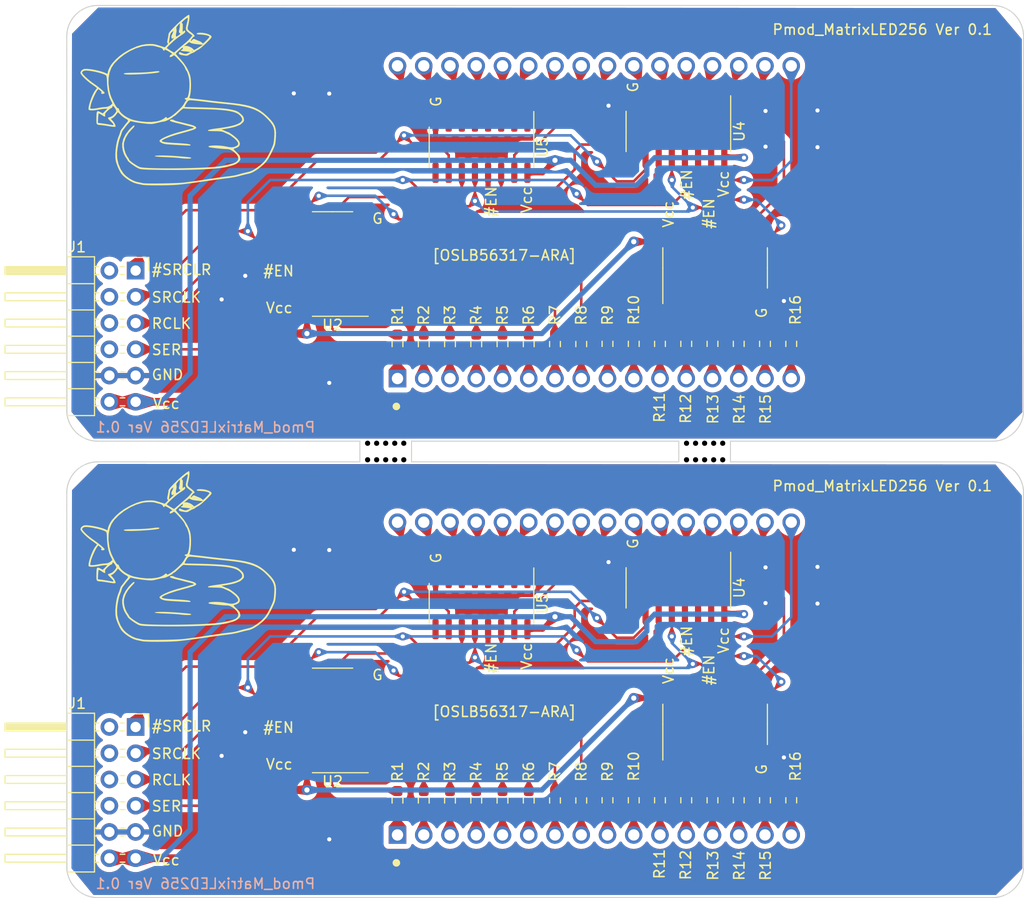
<source format=kicad_pcb>
(kicad_pcb (version 20221018) (generator pcbnew)
  (layers (0 "F.Cu" signal) (31 "B.Cu" signal) (34 "B.Paste" user) (35 "F.Paste" user) (36 "B.SilkS" user "B.Silkscreen") (37 "F.SilkS" user "F.Silkscreen") (38 "B.Mask" user) (39 "F.Mask" user) (44 "Edge.Cuts" user))
  (net 0 "")
  (net 1 "Board_0-/#SRCLR")
  (net 2 "Board_0-/RCLK")
  (net 3 "Board_0-/SER1")
  (net 4 "Board_0-/SER2")
  (net 5 "Board_0-/SER3")
  (net 6 "Board_0-/SER4")
  (net 7 "Board_0-/SRCLK")
  (net 8 "Board_0-GND")
  (net 9 "Board_0-Net-(U1-COL1)")
  (net 10 "Board_0-Net-(U1-COL10)")
  (net 11 "Board_0-Net-(U1-COL11)")
  (net 12 "Board_0-Net-(U1-COL12)")
  (net 13 "Board_0-Net-(U1-COL13)")
  (net 14 "Board_0-Net-(U1-COL14)")
  (net 15 "Board_0-Net-(U1-COL15)")
  (net 16 "Board_0-Net-(U1-COL16)")
  (net 17 "Board_0-Net-(U1-COL2)")
  (net 18 "Board_0-Net-(U1-COL3)")
  (net 19 "Board_0-Net-(U1-COL4)")
  (net 20 "Board_0-Net-(U1-COL5)")
  (net 21 "Board_0-Net-(U1-COL6)")
  (net 22 "Board_0-Net-(U1-COL7)")
  (net 23 "Board_0-Net-(U1-COL8)")
  (net 24 "Board_0-Net-(U1-COL9)")
  (net 25 "Board_0-Net-(U1-ROW1)")
  (net 26 "Board_0-Net-(U1-ROW10)")
  (net 27 "Board_0-Net-(U1-ROW11)")
  (net 28 "Board_0-Net-(U1-ROW12)")
  (net 29 "Board_0-Net-(U1-ROW13)")
  (net 30 "Board_0-Net-(U1-ROW14)")
  (net 31 "Board_0-Net-(U1-ROW15)")
  (net 32 "Board_0-Net-(U1-ROW16)")
  (net 33 "Board_0-Net-(U1-ROW2)")
  (net 34 "Board_0-Net-(U1-ROW3)")
  (net 35 "Board_0-Net-(U1-ROW4)")
  (net 36 "Board_0-Net-(U1-ROW5)")
  (net 37 "Board_0-Net-(U1-ROW6)")
  (net 38 "Board_0-Net-(U1-ROW7)")
  (net 39 "Board_0-Net-(U1-ROW8)")
  (net 40 "Board_0-Net-(U1-ROW9)")
  (net 41 "Board_0-Net-(U2-QA)")
  (net 42 "Board_0-Net-(U2-QB)")
  (net 43 "Board_0-Net-(U2-QC)")
  (net 44 "Board_0-Net-(U2-QD)")
  (net 45 "Board_0-Net-(U2-QE)")
  (net 46 "Board_0-Net-(U2-QF)")
  (net 47 "Board_0-Net-(U2-QG)")
  (net 48 "Board_0-Net-(U2-QH)")
  (net 49 "Board_0-Net-(U3-QA)")
  (net 50 "Board_0-Net-(U3-QB)")
  (net 51 "Board_0-Net-(U3-QC)")
  (net 52 "Board_0-Net-(U3-QD)")
  (net 53 "Board_0-Net-(U3-QE)")
  (net 54 "Board_0-Net-(U3-QF)")
  (net 55 "Board_0-Net-(U3-QG)")
  (net 56 "Board_0-Net-(U3-QH)")
  (net 57 "Board_0-VCC")
  (net 58 "Board_0-unconnected-(J1-Pin_10-Pad10)")
  (net 59 "Board_0-unconnected-(J1-Pin_7-Pad7)")
  (net 60 "Board_0-unconnected-(J1-Pin_8-Pad8)")
  (net 61 "Board_0-unconnected-(J1-Pin_9-Pad9)")
  (net 62 "Board_0-unconnected-(U5-QH'-Pad9)")
  (net 63 "Board_1-/#SRCLR")
  (net 64 "Board_1-/RCLK")
  (net 65 "Board_1-/SER1")
  (net 66 "Board_1-/SER2")
  (net 67 "Board_1-/SER3")
  (net 68 "Board_1-/SER4")
  (net 69 "Board_1-/SRCLK")
  (net 70 "Board_1-GND")
  (net 71 "Board_1-Net-(U1-COL1)")
  (net 72 "Board_1-Net-(U1-COL10)")
  (net 73 "Board_1-Net-(U1-COL11)")
  (net 74 "Board_1-Net-(U1-COL12)")
  (net 75 "Board_1-Net-(U1-COL13)")
  (net 76 "Board_1-Net-(U1-COL14)")
  (net 77 "Board_1-Net-(U1-COL15)")
  (net 78 "Board_1-Net-(U1-COL16)")
  (net 79 "Board_1-Net-(U1-COL2)")
  (net 80 "Board_1-Net-(U1-COL3)")
  (net 81 "Board_1-Net-(U1-COL4)")
  (net 82 "Board_1-Net-(U1-COL5)")
  (net 83 "Board_1-Net-(U1-COL6)")
  (net 84 "Board_1-Net-(U1-COL7)")
  (net 85 "Board_1-Net-(U1-COL8)")
  (net 86 "Board_1-Net-(U1-COL9)")
  (net 87 "Board_1-Net-(U1-ROW1)")
  (net 88 "Board_1-Net-(U1-ROW10)")
  (net 89 "Board_1-Net-(U1-ROW11)")
  (net 90 "Board_1-Net-(U1-ROW12)")
  (net 91 "Board_1-Net-(U1-ROW13)")
  (net 92 "Board_1-Net-(U1-ROW14)")
  (net 93 "Board_1-Net-(U1-ROW15)")
  (net 94 "Board_1-Net-(U1-ROW16)")
  (net 95 "Board_1-Net-(U1-ROW2)")
  (net 96 "Board_1-Net-(U1-ROW3)")
  (net 97 "Board_1-Net-(U1-ROW4)")
  (net 98 "Board_1-Net-(U1-ROW5)")
  (net 99 "Board_1-Net-(U1-ROW6)")
  (net 100 "Board_1-Net-(U1-ROW7)")
  (net 101 "Board_1-Net-(U1-ROW8)")
  (net 102 "Board_1-Net-(U1-ROW9)")
  (net 103 "Board_1-Net-(U2-QA)")
  (net 104 "Board_1-Net-(U2-QB)")
  (net 105 "Board_1-Net-(U2-QC)")
  (net 106 "Board_1-Net-(U2-QD)")
  (net 107 "Board_1-Net-(U2-QE)")
  (net 108 "Board_1-Net-(U2-QF)")
  (net 109 "Board_1-Net-(U2-QG)")
  (net 110 "Board_1-Net-(U2-QH)")
  (net 111 "Board_1-Net-(U3-QA)")
  (net 112 "Board_1-Net-(U3-QB)")
  (net 113 "Board_1-Net-(U3-QC)")
  (net 114 "Board_1-Net-(U3-QD)")
  (net 115 "Board_1-Net-(U3-QE)")
  (net 116 "Board_1-Net-(U3-QF)")
  (net 117 "Board_1-Net-(U3-QG)")
  (net 118 "Board_1-Net-(U3-QH)")
  (net 119 "Board_1-VCC")
  (net 120 "Board_1-unconnected-(J1-Pin_10-Pad10)")
  (net 121 "Board_1-unconnected-(J1-Pin_7-Pad7)")
  (net 122 "Board_1-unconnected-(J1-Pin_8-Pad8)")
  (net 123 "Board_1-unconnected-(J1-Pin_9-Pad9)")
  (net 124 "Board_1-unconnected-(U5-QH'-Pad9)")
  (footprint "Resistor_SMD:R_0603_1608Metric_Pad0.98x0.95mm_HandSolder" (layer "F.Cu") (at 162.1525 52.746 90)
    (fp_text reference "R12")
    (fp_text value "680")
  )
  (footprint "Resistor_SMD:R_0603_1608Metric_Pad0.98x0.95mm_HandSolder" (layer "F.Cu") (at 146.9125 52.766 90)
    (fp_text reference "R6")
    (fp_text value "680")
  )
  (footprint "Resistor_SMD:R_0603_1608Metric_Pad0.98x0.95mm_HandSolder" (layer "F.Cu") (at 149.4525 52.766 90)
    (fp_text reference "R7")
    (fp_text value "680")
  )
  (footprint "Resistor_SMD:R_0603_1608Metric_Pad0.98x0.95mm_HandSolder" (layer "F.Cu") (at 157.0725 96.91 90)
    (fp_text reference "R10")
    (fp_text value "680")
  )
  (footprint "Package_SO:SOIC-16_3.9x9.9mm_P1.27mm" (layer "F.Cu") (at 142.3405 33.716 -90)
    (fp_text reference "U5")
    (fp_text value "74AHC595")
  )
  (footprint "Resistor_SMD:R_0603_1608Metric_Pad0.98x0.95mm_HandSolder" (layer "F.Cu") (at 134.2125 52.766 90)
    (fp_text reference "R1")
    (fp_text value "680")
  )
  (footprint "MyLibrary:Pmod" (layer "F.Cu") (at 108.8745 45.654)
    (fp_text reference "J1")
    (fp_text value "Pmod_Header" hide)
  )
  (footprint "Resistor_SMD:R_0603_1608Metric_Pad0.98x0.95mm_HandSolder" (layer "F.Cu") (at 164.6925 96.91 90)
    (fp_text reference "R13")
    (fp_text value "680")
  )
  (footprint "NPTH" (layer "F.Cu") (at 133.9445 63.964)
    (fp_text reference "REF**" hide)
    (fp_text value "NPTH" hide)
  )
  (footprint "Resistor_SMD:R_0603_1608Metric_Pad0.98x0.95mm_HandSolder" (layer "F.Cu") (at 136.7525 52.766 90)
    (fp_text reference "R2")
    (fp_text value "680")
  )
  (footprint "Resistor_SMD:R_0603_1608Metric_Pad0.98x0.95mm_HandSolder" (layer "F.Cu") (at 169.7725 52.746 90)
    (fp_text reference "R15")
    (fp_text value "680")
  )
  (footprint "Resistor_SMD:R_0603_1608Metric_Pad0.98x0.95mm_HandSolder" (layer "F.Cu") (at 159.6125 96.91 90)
    (fp_text reference "R11")
    (fp_text value "680")
  )
  (footprint "Resistor_SMD:R_0603_1608Metric_Pad0.98x0.95mm_HandSolder" (layer "F.Cu") (at 141.8325 52.766 90)
    (fp_text reference "R4")
    (fp_text value "680")
  )
  (footprint "Package_SO:SOIC-16_3.9x9.9mm_P1.27mm" (layer "F.Cu") (at 164.9465 45.4 90)
    (fp_text reference "U3" hide)
    (fp_text value "74AHC595")
  )
  (footprint "Resistor_SMD:R_0603_1608Metric_Pad0.98x0.95mm_HandSolder" (layer "F.Cu") (at 134.2125 96.93 90)
    (fp_text reference "R1")
    (fp_text value "680")
  )
  (footprint "Resistor_SMD:R_0603_1608Metric_Pad0.98x0.95mm_HandSolder" (layer "F.Cu") (at 167.2325 52.746 90)
    (fp_text reference "R14")
    (fp_text value "680")
  )
  (footprint "Resistor_SMD:R_0603_1608Metric_Pad0.98x0.95mm_HandSolder" (layer "F.Cu") (at 144.3725 52.766 90)
    (fp_text reference "R5")
    (fp_text value "680")
  )
  (footprint "MyLibrary:kamo20" (layer "F.Cu") (at 112.8765 30.16)
    (fp_text reference "G***" hide)
    (fp_text value "LOGO" hide)
  )
  (footprint "MyLibrary:Pmod" (layer "F.Cu") (at 108.8745 89.818)
    (fp_text reference "J1")
    (fp_text value "Pmod_Header" hide)
  )
  (footprint "MyLibrary:kamo20" (layer "F.Cu") (at 112.8765 74.324)
    (fp_text reference "G***" hide)
    (fp_text value "LOGO" hide)
  )
  (footprint "Resistor_SMD:R_0603_1608Metric_Pad0.98x0.95mm_HandSolder" (layer "F.Cu") (at 154.5325 96.91 90)
    (fp_text reference "R9")
    (fp_text value "680")
  )
  (footprint "NPTH" (layer "F.Cu") (at 162.1805 62.364)
    (fp_text reference "REF**" hide)
    (fp_text value "NPTH" hide)
  )
  (footprint "NPTH" (layer "F.Cu") (at 133.0695 63.964)
    (fp_text reference "REF**" hide)
    (fp_text value "NPTH" hide)
  )
  (footprint "Resistor_SMD:R_0603_1608Metric_Pad0.98x0.95mm_HandSolder" (layer "F.Cu") (at 164.6925 52.746 90)
    (fp_text reference "R13")
    (fp_text value "680")
  )
  (footprint "NPTH" (layer "F.Cu") (at 131.3195 62.364)
    (fp_text reference "REF**" hide)
    (fp_text value "NPTH" hide)
  )
  (footprint "NPTH" (layer "F.Cu") (at 131.3195 63.964)
    (fp_text reference "REF**" hide)
    (fp_text value "NPTH" hide)
  )
  (footprint "NPTH" (layer "F.Cu") (at 163.9305 63.964)
    (fp_text reference "REF**" hide)
    (fp_text value "NPTH" hide)
  )
  (footprint "NPTH" (layer "F.Cu") (at 163.9305 62.364)
    (fp_text reference "REF**" hide)
    (fp_text value "NPTH" hide)
  )
  (footprint "Resistor_SMD:R_0603_1608Metric_Pad0.98x0.95mm_HandSolder" (layer "F.Cu") (at 162.1525 96.91 90)
    (fp_text reference "R12")
    (fp_text value "680")
  )
  (footprint "Resistor_SMD:R_0603_1608Metric_Pad0.98x0.95mm_HandSolder" (layer "F.Cu") (at 139.2925 96.93 90)
    (fp_text reference "R3")
    (fp_text value "680")
  )
  (footprint "Resistor_SMD:R_0603_1608Metric_Pad0.98x0.95mm_HandSolder" (layer "F.Cu") (at 159.6125 52.746 90)
    (fp_text reference "R11")
    (fp_text value "680")
  )
  (footprint "NPTH" (layer "F.Cu") (at 163.0555 62.364)
    (fp_text reference "REF**" hide)
    (fp_text value "NPTH" hide)
  )
  (footprint "NPTH" (layer "F.Cu") (at 133.0695 62.364)
    (fp_text reference "REF**" hide)
    (fp_text value "NPTH" hide)
  )
  (footprint "Resistor_SMD:R_0603_1608Metric_Pad0.98x0.95mm_HandSolder" (layer "F.Cu") (at 146.9125 96.93 90)
    (fp_text reference "R6")
    (fp_text value "680")
  )
  (footprint "NPTH" (layer "F.Cu") (at 163.0555 63.964)
    (fp_text reference "REF**" hide)
    (fp_text value "NPTH" hide)
  )
  (footprint "NPTH" (layer "F.Cu") (at 134.8195 63.964)
    (fp_text reference "REF**" hide)
    (fp_text value "NPTH" hide)
  )
  (footprint "Resistor_SMD:R_0603_1608Metric_Pad0.98x0.95mm_HandSolder" (layer "F.Cu") (at 139.2925 52.766 90)
    (fp_text reference "R3")
    (fp_text value "680")
  )
  (footprint "myLibrary:OSLB56317-ARA" (layer "F.Cu") (at 113.0035 105.566 90)
    (fp_text reference "U1" hide)
    (fp_text value "OSLB56317-ARA")
  )
  (footprint "myLibrary:OSLB56317-ARA" (layer "F.Cu") (at 113.0035 61.402 90)
    (fp_text reference "U1" hide)
    (fp_text value "OSLB56317-ARA")
  )
  (footprint "Resistor_SMD:R_0603_1608Metric_Pad0.98x0.95mm_HandSolder" (layer "F.Cu") (at 151.9925 52.766 90)
    (fp_text reference "R8")
    (fp_text value "680")
  )
  (footprint "Resistor_SMD:R_0603_1608Metric_Pad0.98x0.95mm_HandSolder" (layer "F.Cu") (at 151.9925 96.93 90)
    (fp_text reference "R8")
    (fp_text value "680")
  )
  (footprint "Resistor_SMD:R_0603_1608Metric_Pad0.98x0.95mm_HandSolder" (layer "F.Cu") (at 172.3125 52.746 90)
    (fp_text reference "R16")
    (fp_text value "680")
  )
  (footprint "Resistor_SMD:R_0603_1608Metric_Pad0.98x0.95mm_HandSolder" (layer "F.Cu") (at 136.7525 96.93 90)
    (fp_text reference "R2")
    (fp_text value "680")
  )
  (footprint "Resistor_SMD:R_0603_1608Metric_Pad0.98x0.95mm_HandSolder" (layer "F.Cu") (at 149.4525 96.93 90)
    (fp_text reference "R7")
    (fp_text value "680")
  )
  (footprint "Package_SO:SOIC-16_3.9x9.9mm_P1.27mm" (layer "F.Cu") (at 142.3405 77.88 -90)
    (fp_text reference "U5")
    (fp_text value "74AHC595")
  )
  (footprint "NPTH" (layer "F.Cu") (at 164.8055 63.964)
    (fp_text reference "REF**" hide)
    (fp_text value "NPTH" hide)
  )
  (footprint "NPTH" (layer "F.Cu") (at 162.1805 63.964)
    (fp_text reference "REF**" hide)
    (fp_text value "NPTH" hide)
  )
  (footprint "NPTH" (layer "F.Cu") (at 164.8055 62.364)
    (fp_text reference "REF**" hide)
    (fp_text value "NPTH" hide)
  )
  (footprint "Resistor_SMD:R_0603_1608Metric_Pad0.98x0.95mm_HandSolder" (layer "F.Cu") (at 157.0725 52.746 90)
    (fp_text reference "R10")
    (fp_text value "680")
  )
  (footprint "Resistor_SMD:R_0603_1608Metric_Pad0.98x0.95mm_HandSolder" (layer "F.Cu") (at 172.3125 96.91 90)
    (fp_text reference "R16")
    (fp_text value "680")
  )
  (footprint "NPTH" (layer "F.Cu") (at 165.6805 62.364)
    (fp_text reference "REF**" hide)
    (fp_text value "NPTH" hide)
  )
  (footprint "NPTH" (layer "F.Cu") (at 133.9445 62.364)
    (fp_text reference "REF**" hide)
    (fp_text value "NPTH" hide)
  )
  (footprint "NPTH" (layer "F.Cu") (at 132.1945 63.964)
    (fp_text reference "REF**" hide)
    (fp_text value "NPTH" hide)
  )
  (footprint "Resistor_SMD:R_0603_1608Metric_Pad0.98x0.95mm_HandSolder" (layer "F.Cu") (at 167.2325 96.91 90)
    (fp_text reference "R14")
    (fp_text value "680")
  )
  (footprint "NPTH" (layer "F.Cu") (at 134.8195 62.364)
    (fp_text reference "REF**" hide)
    (fp_text value "NPTH" hide)
  )
  (footprint "Package_SO:SOIC-16_3.9x9.9mm_P1.27mm" (layer "F.Cu") (at 127.9275 89.183 180)
    (fp_text reference "U2")
    (fp_text value "74AHC595")
  )
  (footprint "NPTH" (layer "F.Cu") (at 132.1945 62.364)
    (fp_text reference "REF**" hide)
    (fp_text value "NPTH" hide)
  )
  (footprint "Package_SO:SOIC-16_3.9x9.9mm_P1.27mm" (layer "F.Cu") (at 161.3905 76.356 -90)
    (fp_text reference "U4")
    (fp_text value "74AHC595")
  )
  (footprint "Resistor_SMD:R_0603_1608Metric_Pad0.98x0.95mm_HandSolder" (layer "F.Cu") (at 154.5325 52.746 90)
    (fp_text reference "R9")
    (fp_text value "680")
  )
  (footprint "Resistor_SMD:R_0603_1608Metric_Pad0.98x0.95mm_HandSolder" (layer "F.Cu") (at 169.7725 96.91 90)
    (fp_text reference "R15")
    (fp_text value "680")
  )
  (footprint "NPTH" (layer "F.Cu") (at 165.6805 63.964)
    (fp_text reference "REF**" hide)
    (fp_text value "NPTH" hide)
  )
  (footprint "Resistor_SMD:R_0603_1608Metric_Pad0.98x0.95mm_HandSolder" (layer "F.Cu") (at 141.8325 96.93 90)
    (fp_text reference "R4")
    (fp_text value "680")
  )
  (footprint "Package_SO:SOIC-16_3.9x9.9mm_P1.27mm" (layer "F.Cu") (at 161.3905 32.192 -90)
    (fp_text reference "U4")
    (fp_text value "74AHC595")
  )
  (footprint "Package_SO:SOIC-16_3.9x9.9mm_P1.27mm" (layer "F.Cu") (at 127.9275 45.019 180)
    (fp_text reference "U2")
    (fp_text value "74AHC595")
  )
  (footprint "Resistor_SMD:R_0603_1608Metric_Pad0.98x0.95mm_HandSolder" (layer "F.Cu") (at 144.3725 96.93 90)
    (fp_text reference "R5")
    (fp_text value "680")
  )
  (footprint "Package_SO:SOIC-16_3.9x9.9mm_P1.27mm" (layer "F.Cu") (at 164.9465 89.564 90)
    (fp_text reference "U3" hide)
    (fp_text value "74AHC595")
  )
  (gr_line (start 193.627817 20.627672) (end 193.505304 20.537709) (stroke (width 0.1)) (layer "Edge.Cuts"))
  (gr_line (start 192.095004 64.179392) (end 191.943447 64.16785) (stroke (width 0.1)) (layer "Edge.Cuts"))
  (gr_line (start 192.974567 61.920873) (end 193.112682 61.857413) (stroke (width 0.1)) (layer "Edge.Cuts"))
  (gr_line (start 192.245783 106.293404) (end 192.395395 106.266589) (stroke (width 0.1)) (layer "Edge.Cuts"))
  (gr_line (start 192.395395 106.266589) (end 192.543457 106.232231) (stroke (width 0.1)) (layer "Edge.Cuts"))
  (gr_line (start 194.787649 22.848052) (end 194.776107 22.696495) (stroke (width 0.1)) (layer "Edge.Cuts"))
  (gr_line (start 105.2085 64.164) (end 105.056552 64.16785) (stroke (width 0.1)) (layer "Edge.Cuts"))
  (gr_line (start 103.372182 61.536327) (end 103.494695 61.62629) (stroke (width 0.1)) (layer "Edge.Cuts"))
  (gr_line (start 192.395395 62.102589) (end 192.543457 62.068231) (stroke (width 0.1)) (layer "Edge.Cuts"))
  (gr_line (start 102.451626 60.347067) (end 102.515086 60.485182) (stroke (width 0.1)) (layer "Edge.Cuts"))
  (gr_line (start 102.746209 21.286195) (end 102.662567 21.413107) (stroke (width 0.1)) (layer "Edge.Cuts"))
  (gr_line (start 194.604756 66.122084) (end 194.548373 65.980932) (stroke (width 0.1)) (layer "Edge.Cuts"))
  (gr_line (start 103.887317 64.470586) (end 103.752594 64.54096) (stroke (width 0.1)) (layer "Edge.Cuts"))
  (gr_line (start 194.730089 22.396104) (end 194.695731 22.248042) (stroke (width 0.1)) (layer "Edge.Cuts"))
  (gr_line (start 194.776107 22.696495) (end 194.756904 22.545716) (stroke (width 0.1)) (layer "Edge.Cuts"))
  (gr_line (start 103.494695 61.62629) (end 103.621607 61.709932) (stroke (width 0.1)) (layer "Edge.Cuts"))
  (gr_line (start 104.754216 106.293404) (end 104.904995 106.312607) (stroke (width 0.1)) (layer "Edge.Cuts"))
  (gr_line (start 192.095004 62.148607) (end 192.245783 62.129404) (stroke (width 0.1)) (layer "Edge.Cuts"))
  (gr_line (start 104.904995 106.312607) (end 105.056552 106.324149) (stroke (width 0.1)) (layer "Edge.Cuts"))
  (gr_line (start 193.112682 106.021413) (end 193.247405 105.951039) (stroke (width 0.1)) (layer "Edge.Cuts"))
  (gr_line (start 193.745617 20.723725) (end 193.627817 20.627672) (stroke (width 0.1)) (layer "Edge.Cuts"))
  (gr_line (start 102.223892 59.467504) (end 102.243095 59.618283) (stroke (width 0.1)) (layer "Edge.Cuts"))
  (gr_line (start 194.776107 103.631504) (end 194.787649 103.479947) (stroke (width 0.1)) (layer "Edge.Cuts"))
  (gr_line (start 102.395243 104.369915) (end 102.451626 104.511067) (stroke (width 0.1)) (layer "Edge.Cuts"))
  (gr_line (start 192.689589 64.301582) (end 192.543457 64.259768) (stroke (width 0.1)) (layer "Edge.Cuts"))
  (gr_line (start 102.395243 66.122084) (end 102.346082 66.26591) (stroke (width 0.1)) (layer "Edge.Cuts"))
  (gr_line (start 104.754216 62.129404) (end 104.904995 62.148607) (stroke (width 0.1)) (layer "Edge.Cuts"))
  (gr_line (start 102.26991 22.396104) (end 102.243095 22.545716) (stroke (width 0.1)) (layer "Edge.Cuts"))
  (gr_line (start 102.932225 61.118117) (end 103.034121 61.2309) (stroke (width 0.1)) (layer "Edge.Cuts"))
  (gr_line (start 194.548373 21.816932) (end 194.484913 21.678817) (stroke (width 0.1)) (layer "Edge.Cuts"))
  (gr_line (start 192.245783 62.129404) (end 192.395395 62.102589) (stroke (width 0.1)) (layer "Edge.Cuts"))
  (gr_line (start 194.695731 66.412042) (end 194.653917 66.26591) (stroke (width 0.1)) (layer "Edge.Cuts"))
  (gr_line (start 193.505304 20.537709) (end 193.378392 20.454067) (stroke (width 0.1)) (layer "Edge.Cuts"))
  (gr_line (start 191.7915 64.164) (end 166.4305 64.164) (stroke (width 0.1)) (layer "Edge.Cuts"))
  (gr_line (start 102.223892 103.631504) (end 102.243095 103.782283) (stroke (width 0.1)) (layer "Edge.Cuts"))
  (gr_line (start 103.372182 20.627672) (end 103.254382 20.723725) (stroke (width 0.1)) (layer "Edge.Cuts"))
  (gr_line (start 193.247405 61.787039) (end 193.378392 61.709932) (stroke (width 0.1)) (layer "Edge.Cuts"))
  (gr_line (start 102.836172 65.327682) (end 102.746209 65.450195) (stroke (width 0.1)) (layer "Edge.Cuts"))
  (gr_line (start 192.689589 62.026417) (end 192.833415 61.977256) (stroke (width 0.1)) (layer "Edge.Cuts"))
  (gr_line (start 192.689589 20.137582) (end 192.543457 20.095768) (stroke (width 0.1)) (layer "Edge.Cuts"))
  (gr_line (start 105.056552 106.324149) (end 105.2085 106.328) (stroke (width 0.1)) (layer "Edge.Cuts"))
  (gr_line (start 103.752594 64.54096) (end 103.621607 64.618067) (stroke (width 0.1)) (layer "Edge.Cuts"))
  (gr_line (start 102.746209 60.877804) (end 102.836172 61.000317) (stroke (width 0.1)) (layer "Edge.Cuts"))
  (gr_line (start 194.484913 60.485182) (end 194.548373 60.347067) (stroke (width 0.1)) (layer "Edge.Cuts"))
  (gr_line (start 194.484913 65.842817) (end 194.414539 65.708094) (stroke (width 0.1)) (layer "Edge.Cuts"))
  (gr_line (start 193.627817 105.700327) (end 193.745617 105.604274) (stroke (width 0.1)) (layer "Edge.Cuts"))
  (gr_line (start 193.627817 64.791672) (end 193.505304 64.701709) (stroke (width 0.1)) (layer "Edge.Cuts"))
  (gr_line (start 102.395243 60.205915) (end 102.451626 60.347067) (stroke (width 0.1)) (layer "Edge.Cuts"))
  (gr_line (start 103.621607 105.873932) (end 103.752594 105.951039) (stroke (width 0.1)) (layer "Edge.Cuts"))
  (gr_line (start 102.346082 66.26591) (end 102.304268 66.412042) (stroke (width 0.1)) (layer "Edge.Cuts"))
  (gr_line (start 102.932225 21.045882) (end 102.836172 21.163682) (stroke (width 0.1)) (layer "Edge.Cuts"))
  (gr_line (start 102.21235 59.315947) (end 102.223892 59.467504) (stroke (width 0.1)) (layer "Edge.Cuts"))
  (gr_line (start 166.4305 64.164) (end 166.4305 63.164) (stroke (width 0.1)) (layer "Edge.Cuts"))
  (gr_line (start 192.543457 20.095768) (end 192.395395 20.06141) (stroke (width 0.1)) (layer "Edge.Cuts"))
  (gr_line (start 104.754216 64.198595) (end 104.604604 64.22541) (stroke (width 0.1)) (layer "Edge.Cuts"))
  (gr_line (start 102.223892 22.696495) (end 102.21235 22.848052) (stroke (width 0.1)) (layer "Edge.Cuts"))
  (gr_line (start 104.166584 61.977256) (end 104.31041 62.026417) (stroke (width 0.1)) (layer "Edge.Cuts"))
  (gr_line (start 104.166584 20.186743) (end 104.025432 20.243126) (stroke (width 0.1)) (layer "Edge.Cuts"))
  (gr_line (start 102.515086 60.485182) (end 102.58546 60.619905) (stroke (width 0.1)) (layer "Edge.Cuts"))
  (gr_line (start 193.965878 105.3949) (end 194.067774 105.282117) (stroke (width 0.1)) (layer "Edge.Cuts"))
  (gr_line (start 104.904995 64.179392) (end 104.754216 64.198595) (stroke (width 0.1)) (layer "Edge.Cuts"))
  (gr_line (start 193.247405 20.37696) (end 193.112682 20.306586) (stroke (width 0.1)) (layer "Edge.Cuts"))
  (gr_line (start 130.5695 64.164) (end 105.2085 64.164) (stroke (width 0.1)) (layer "Edge.Cuts"))
  (gr_line (start 102.395243 21.958084) (end 102.346082 22.10191) (stroke (width 0.1)) (layer "Edge.Cuts"))
  (gr_line (start 193.8584 61.338378) (end 193.965878 61.2309) (stroke (width 0.1)) (layer "Edge.Cuts"))
  (gr_line (start 102.58546 60.619905) (end 102.662567 60.750892) (stroke (width 0.1)) (layer "Edge.Cuts"))
  (gr_line (start 104.456542 64.259768) (end 104.31041 64.301582) (stroke (width 0.1)) (layer "Edge.Cuts"))
  (gr_line (start 104.456542 106.232231) (end 104.604604 106.266589) (stroke (width 0.1)) (layer "Edge.Cuts"))
  (gr_line (start 104.754216 20.034595) (end 104.754216 20.034595) (stroke (width 0.1)) (layer "Edge.Cuts"))
  (gr_line (start 192.245783 64.198595) (end 192.095004 64.179392) (stroke (width 0.1)) (layer "Edge.Cuts"))
  (gr_line (start 192.974567 106.084873) (end 193.112682 106.021413) (stroke (width 0.1)) (layer "Edge.Cuts"))
  (gr_line (start 104.166584 106.141256) (end 104.31041 106.190417) (stroke (width 0.1)) (layer "Edge.Cuts"))
  (gr_line (start 192.833415 64.350743) (end 192.689589 64.301582) (stroke (width 0.1)) (layer "Edge.Cuts"))
  (gr_line (start 193.505304 61.62629) (end 193.627817 61.536327) (stroke (width 0.1)) (layer "Edge.Cuts"))
  (gr_line (start 194.548373 104.511067) (end 194.604756 104.369915) (stroke (width 0.1)) (layer "Edge.Cuts"))
  (gr_line (start 102.243095 66.709716) (end 102.223892 66.860495) (stroke (width 0.1)) (layer "Edge.Cuts"))
  (gr_line (start 102.346082 22.10191) (end 102.304268 22.248042) (stroke (width 0.1)) (layer "Edge.Cuts"))
  (gr_line (start 194.787649 103.479947) (end 194.7915 103.328) (stroke (width 0.1)) (layer "Edge.Cuts"))
  (gr_line (start 194.695731 104.079957) (end 194.730089 103.931895) (stroke (width 0.1)) (layer "Edge.Cuts"))
  (gr_line (start 103.494695 64.701709) (end 103.372182 64.791672) (stroke (width 0.1)) (layer "Edge.Cuts"))
  (gr_line (start 104.025432 61.920873) (end 104.166584 61.977256) (stroke (width 0.1)) (layer "Edge.Cuts"))
  (gr_line (start 104.904995 20.015392) (end 104.754216 20.034595) (stroke (width 0.1)) (layer "Edge.Cuts"))
  (gr_line (start 102.21235 103.479947) (end 102.223892 103.631504) (stroke (width 0.1)) (layer "Edge.Cuts"))
  (gr_line (start 193.745617 64.887725) (end 193.627817 64.791672) (stroke (width 0.1)) (layer "Edge.Cuts"))
  (gr_line (start 192.095004 106.312607) (end 192.245783 106.293404) (stroke (width 0.1)) (layer "Edge.Cuts"))
  (gr_line (start 194.484913 104.649182) (end 194.548373 104.511067) (stroke (width 0.1)) (layer "Edge.Cuts"))
  (gr_line (start 103.254382 61.440274) (end 103.372182 61.536327) (stroke (width 0.1)) (layer "Edge.Cuts"))
  (gr_line (start 194.604756 60.205915) (end 194.653917 60.062089) (stroke (width 0.1)) (layer "Edge.Cuts"))
  (gr_line (start 192.833415 61.977256) (end 192.974567 61.920873) (stroke (width 0.1)) (layer "Edge.Cuts"))
  (gr_line (start 103.141599 61.338378) (end 103.254382 61.440274) (stroke (width 0.1)) (layer "Edge.Cuts"))
  (gr_line (start 102.836172 21.163682) (end 102.746209 21.286195) (stroke (width 0.1)) (layer "Edge.Cuts"))
  (gr_line (start 193.378392 105.873932) (end 193.505304 105.79029) (stroke (width 0.1)) (layer "Edge.Cuts"))
  (gr_line (start 194.25379 21.286195) (end 194.163827 21.163682) (stroke (width 0.1)) (layer "Edge.Cuts"))
  (gr_line (start 193.505304 105.79029) (end 193.627817 105.700327) (stroke (width 0.1)) (layer "Edge.Cuts"))
  (gr_line (start 191.943447 20.00385) (end 191.7915 20) (stroke (width 0.1)) (layer "Edge.Cuts"))
  (gr_line (start 102.746209 65.450195) (end 102.662567 65.577107) (stroke (width 0.1)) (layer "Edge.Cuts"))
  (gr_line (start 105.2085 20) (end 105.056552 20.00385) (stroke (width 0.1)) (layer "Edge.Cuts"))
  (gr_line (start 102.662567 60.750892) (end 102.746209 60.877804) (stroke (width 0.1)) (layer "Edge.Cuts"))
  (gr_line (start 103.887317 20.306586) (end 103.752594 20.37696) (stroke (width 0.1)) (layer "Edge.Cuts"))
  (gr_line (start 102.2085 103.328) (end 102.21235 103.479947) (stroke (width 0.1)) (layer "Edge.Cuts"))
  (gr_line (start 194.163827 65.327682) (end 194.067774 65.209882) (stroke (width 0.1)) (layer "Edge.Cuts"))
  (gr_line (start 192.543457 64.259768) (end 192.395395 64.22541) (stroke (width 0.1)) (layer "Edge.Cuts"))
  (gr_line (start 104.456542 20.095768) (end 104.31041 20.137582) (stroke (width 0.1)) (layer "Edge.Cuts"))
  (gr_line (start 194.730089 59.767895) (end 194.756904 59.618283) (stroke (width 0.1)) (layer "Edge.Cuts"))
  (gr_line (start 102.26991 103.931895) (end 102.304268 104.079957) (stroke (width 0.1)) (layer "Edge.Cuts"))
  (gr_line (start 192.543457 106.232231) (end 192.689589 106.190417) (stroke (width 0.1)) (layer "Edge.Cuts"))
  (gr_line (start 194.548373 60.347067) (end 194.604756 60.205915) (stroke (width 0.1)) (layer "Edge.Cuts"))
  (gr_line (start 135.5695 63.164) (end 135.5695 62.164) (stroke (width 0.1)) (layer "Edge.Cuts"))
  (gr_line (start 103.621607 20.454067) (end 103.494695 20.537709) (stroke (width 0.1)) (layer "Edge.Cuts"))
  (gr_line (start 166.4305 62.164) (end 191.7915 62.164) (stroke (width 0.1)) (layer "Edge.Cuts"))
  (gr_line (start 102.58546 21.544094) (end 102.515086 21.678817) (stroke (width 0.1)) (layer "Edge.Cuts"))
  (gr_line (start 103.034121 61.2309) (end 103.141599 61.338378) (stroke (width 0.1)) (layer "Edge.Cuts"))
  (gr_line (start 102.304268 22.248042) (end 102.26991 22.396104) (stroke (width 0.1)) (layer "Edge.Cuts"))
  (gr_line (start 193.247405 105.951039) (end 193.378392 105.873932) (stroke (width 0.1)) (layer "Edge.Cuts"))
  (gr_line (start 193.378392 61.709932) (end 193.505304 61.62629) (stroke (width 0.1)) (layer "Edge.Cuts"))
  (gr_line (start 194.653917 22.10191) (end 194.604756 21.958084) (stroke (width 0.1)) (layer "Edge.Cuts"))
  (gr_line (start 102.2085 67.164) (end 102.2085 103.328) (stroke (width 0.1)) (layer "Edge.Cuts"))
  (gr_line (start 130.5695 63.164) (end 130.5695 64.164) (stroke (width 0.1)) (layer "Edge.Cuts"))
  (gr_line (start 103.887317 61.857413) (end 104.025432 61.920873) (stroke (width 0.1)) (layer "Edge.Cuts"))
  (gr_line (start 193.627817 61.536327) (end 193.745617 61.440274) (stroke (width 0.1)) (layer "Edge.Cuts"))
  (gr_line (start 192.095004 20.015392) (end 191.943447 20.00385) (stroke (width 0.1)) (layer "Edge.Cuts"))
  (gr_line (start 103.141599 20.825621) (end 103.034121 20.933099) (stroke (width 0.1)) (layer "Edge.Cuts"))
  (gr_line (start 194.163827 61.000317) (end 194.25379 60.877804) (stroke (width 0.1)) (layer "Edge.Cuts"))
  (gr_line (start 194.337432 104.914892) (end 194.414539 104.783905) (stroke (width 0.1)) (layer "Edge.Cuts"))
  (gr_line (start 102.662567 21.413107) (end 102.58546 21.544094) (stroke (width 0.1)) (layer "Edge.Cuts"))
  (gr_line (start 192.833415 106.141256) (end 192.974567 106.084873) (stroke (width 0.1)) (layer "Edge.Cuts"))
  (gr_line (start 191.943447 64.16785) (end 191.7915 64.164) (stroke (width 0.1)) (layer "Edge.Cuts"))
  (gr_line (start 194.337432 65.577107) (end 194.25379 65.450195) (stroke (width 0.1)) (layer "Edge.Cuts"))
  (gr_line (start 193.112682 61.857413) (end 193.247405 61.787039) (stroke (width 0.1)) (layer "Edge.Cuts"))
  (gr_line (start 194.730089 66.560104) (end 194.695731 66.412042) (stroke (width 0.1)) (layer "Edge.Cuts"))
  (gr_line (start 104.754216 20.034595) (end 104.604604 20.06141) (stroke (width 0.1)) (layer "Edge.Cuts"))
  (gr_line (start 102.515086 21.678817) (end 102.451626 21.816932) (stroke (width 0.1)) (layer "Edge.Cuts"))
  (gr_line (start 103.494695 20.537709) (end 103.372182 20.627672) (stroke (width 0.1)) (layer "Edge.Cuts"))
  (gr_line (start 194.776107 66.860495) (end 194.756904 66.709716) (stroke (width 0.1)) (layer "Edge.Cuts"))
  (gr_line (start 102.451626 21.816932) (end 102.395243 21.958084) (stroke (width 0.1)) (layer "Edge.Cuts"))
  (gr_line (start 102.515086 104.649182) (end 102.58546 104.783905) (stroke (width 0.1)) (layer "Edge.Cuts"))
  (gr_line (start 104.31041 62.026417) (end 104.456542 62.068231) (stroke (width 0.1)) (layer "Edge.Cuts"))
  (gr_line (start 104.904995 62.148607) (end 105.056552 62.160149) (stroke (width 0.1)) (layer "Edge.Cuts"))
  (gr_line (start 103.254382 20.723725) (end 103.141599 20.825621) (stroke (width 0.1)) (layer "Edge.Cuts"))
  (gr_line (start 194.730089 103.931895) (end 194.756904 103.782283) (stroke (width 0.1)) (layer "Edge.Cuts"))
  (gr_line (start 103.372182 105.700327) (end 103.494695 105.79029) (stroke (width 0.1)) (layer "Edge.Cuts"))
  (gr_line (start 194.756904 103.782283) (end 194.776107 103.631504) (stroke (width 0.1)) (layer "Edge.Cuts"))
  (gr_line (start 194.7915 23) (end 194.787649 22.848052) (stroke (width 0.1)) (layer "Edge.Cuts"))
  (gr_line (start 102.58546 65.708094) (end 102.515086 65.842817) (stroke (width 0.1)) (layer "Edge.Cuts"))
  (gr_line (start 102.243095 22.545716) (end 102.223892 22.696495) (stroke (width 0.1)) (layer "Edge.Cuts"))
  (gr_line (start 193.378392 20.454067) (end 193.247405 20.37696) (stroke (width 0.1)) (layer "Edge.Cuts"))
  (gr_line (start 102.451626 65.980932) (end 102.395243 66.122084) (stroke (width 0.1)) (layer "Edge.Cuts"))
  (gr_line (start 102.2085 23) (end 102.2085 59.164) (stroke (width 0.1)) (layer "Edge.Cuts"))
  (gr_line (start 194.7915 59.164) (end 194.7915 23) (stroke (width 0.1)) (layer "Edge.Cuts"))
  (gr_line (start 194.653917 104.226089) (end 194.695731 104.079957) (stroke (width 0.1)) (layer "Edge.Cuts"))
  (gr_line (start 194.7915 67.164) (end 194.787649 67.012052) (stroke (width 0.1)) (layer "Edge.Cuts"))
  (gr_line (start 194.548373 65.980932) (end 194.484913 65.842817) (stroke (width 0.1)) (layer "Edge.Cuts"))
  (gr_line (start 102.346082 104.226089) (end 102.395243 104.369915) (stroke (width 0.1)) (layer "Edge.Cuts"))
  (gr_line (start 193.8584 64.989621) (end 193.745617 64.887725) (stroke (width 0.1)) (layer "Edge.Cuts"))
  (gr_line (start 102.304268 59.915957) (end 102.346082 60.062089) (stroke (width 0.1)) (layer "Edge.Cuts"))
  (gr_line (start 161.4305 64.164) (end 135.5695 64.164) (stroke (width 0.1)) (layer "Edge.Cuts"))
  (gr_line (start 194.25379 65.450195) (end 194.163827 65.327682) (stroke (width 0.1)) (layer "Edge.Cuts"))
  (gr_line (start 102.304268 104.079957) (end 102.346082 104.226089) (stroke (width 0.1)) (layer "Edge.Cuts"))
  (gr_line (start 104.31041 64.301582) (end 104.166584 64.350743) (stroke (width 0.1)) (layer "Edge.Cuts"))
  (gr_line (start 104.604604 20.06141) (end 104.456542 20.095768) (stroke (width 0.1)) (layer "Edge.Cuts"))
  (gr_line (start 192.245783 20.034595) (end 192.095004 20.015392) (stroke (width 0.1)) (layer "Edge.Cuts"))
  (gr_line (start 191.7915 62.164) (end 191.943447 62.160149) (stroke (width 0.1)) (layer "Edge.Cuts"))
  (gr_line (start 102.26991 66.560104) (end 102.243095 66.709716) (stroke (width 0.1)) (layer "Edge.Cuts"))
  (gr_line (start 102.243095 103.782283) (end 102.26991 103.931895) (stroke (width 0.1)) (layer "Edge.Cuts"))
  (gr_line (start 104.025432 106.084873) (end 104.166584 106.141256) (stroke (width 0.1)) (layer "Edge.Cuts"))
  (gr_line (start 103.752594 105.951039) (end 103.887317 106.021413) (stroke (width 0.1)) (layer "Edge.Cuts"))
  (gr_line (start 191.7915 106.328) (end 191.943447 106.324149) (stroke (width 0.1)) (layer "Edge.Cuts"))
  (gr_line (start 103.752594 20.37696) (end 103.621607 20.454067) (stroke (width 0.1)) (layer "Edge.Cuts"))
  (gr_line (start 191.7915 20) (end 105.2085 20) (stroke (width 0.1)) (layer "Edge.Cuts"))
  (gr_line (start 194.7915 103.328) (end 194.7915 67.164) (stroke (width 0.1)) (layer "Edge.Cuts"))
  (gr_line (start 103.621607 64.618067) (end 103.494695 64.701709) (stroke (width 0.1)) (layer "Edge.Cuts"))
  (gr_line (start 192.974567 20.243126) (end 192.833415 20.186743) (stroke (width 0.1)) (layer "Edge.Cuts"))
  (gr_line (start 103.034121 105.3949) (end 103.141599 105.502378) (stroke (width 0.1)) (layer "Edge.Cuts"))
  (gr_line (start 194.337432 21.413107) (end 194.25379 21.286195) (stroke (width 0.1)) (layer "Edge.Cuts"))
  (gr_line (start 193.965878 20.933099) (end 193.8584 20.825621) (stroke (width 0.1)) (layer "Edge.Cuts"))
  (gr_line (start 102.662567 104.914892) (end 102.746209 105.041804) (stroke (width 0.1)) (layer "Edge.Cuts"))
  (gr_line (start 103.141599 64.989621) (end 103.034121 65.097099) (stroke (width 0.1)) (layer "Edge.Cuts"))
  (gr_line (start 135.5695 64.164) (end 135.5695 63.164) (stroke (width 0.1)) (layer "Edge.Cuts"))
  (gr_line (start 102.836172 105.164317) (end 102.932225 105.282117) (stroke (width 0.1)) (layer "Edge.Cuts"))
  (gr_line (start 105.2085 106.328) (end 191.7915 106.328) (stroke (width 0.1)) (layer "Edge.Cuts"))
  (gr_line (start 103.254382 105.604274) (end 103.372182 105.700327) (stroke (width 0.1)) (layer "Edge.Cuts"))
  (gr_line (start 193.8584 20.825621) (end 193.745617 20.723725) (stroke (width 0.1)) (layer "Edge.Cuts"))
  (gr_line (start 193.8584 105.502378) (end 193.965878 105.3949) (stroke (width 0.1)) (layer "Edge.Cuts"))
  (gr_line (start 102.451626 104.511067) (end 102.515086 104.649182) (stroke (width 0.1)) (layer "Edge.Cuts"))
  (gr_line (start 105.056552 64.16785) (end 104.904995 64.179392) (stroke (width 0.1)) (layer "Edge.Cuts"))
  (gr_line (start 104.025432 64.407126) (end 103.887317 64.470586) (stroke (width 0.1)) (layer "Edge.Cuts"))
  (gr_line (start 102.21235 22.848052) (end 102.2085 23) (stroke (width 0.1)) (layer "Edge.Cuts"))
  (gr_line (start 166.4305 63.164) (end 166.4305 62.164) (stroke (width 0.1)) (layer "Edge.Cuts"))
  (gr_line (start 194.756904 59.618283) (end 194.776107 59.467504) (stroke (width 0.1)) (layer "Edge.Cuts"))
  (gr_line (start 102.58546 104.783905) (end 102.662567 104.914892) (stroke (width 0.1)) (layer "Edge.Cuts"))
  (gr_line (start 103.254382 64.887725) (end 103.141599 64.989621) (stroke (width 0.1)) (layer "Edge.Cuts"))
  (gr_line (start 192.974567 64.407126) (end 192.833415 64.350743) (stroke (width 0.1)) (layer "Edge.Cuts"))
  (gr_line (start 194.653917 66.26591) (end 194.604756 66.122084) (stroke (width 0.1)) (layer "Edge.Cuts"))
  (gr_line (start 192.543457 62.068231) (end 192.689589 62.026417) (stroke (width 0.1)) (layer "Edge.Cuts"))
  (gr_line (start 194.414539 21.544094) (end 194.337432 21.413107) (stroke (width 0.1)) (layer "Edge.Cuts"))
  (gr_line (start 194.25379 60.877804) (end 194.337432 60.750892) (stroke (width 0.1)) (layer "Edge.Cuts"))
  (gr_line (start 135.5695 62.164) (end 135.5695 62.164) (stroke (width 0.1)) (layer "Edge.Cuts"))
  (gr_line (start 194.337432 60.750892) (end 194.414539 60.619905) (stroke (width 0.1)) (layer "Edge.Cuts"))
  (gr_line (start 194.695731 59.915957) (end 194.730089 59.767895) (stroke (width 0.1)) (layer "Edge.Cuts"))
  (gr_line (start 161.4305 62.164) (end 161.4305 63.164) (stroke (width 0.1)) (layer "Edge.Cuts"))
  (gr_line (start 102.515086 65.842817) (end 102.451626 65.980932) (stroke (width 0.1)) (layer "Edge.Cuts"))
  (gr_line (start 102.243095 59.618283) (end 102.26991 59.767895) (stroke (width 0.1)) (layer "Edge.Cuts"))
  (gr_line (start 102.836172 61.000317) (end 102.932225 61.118117) (stroke (width 0.1)) (layer "Edge.Cuts"))
  (gr_line (start 103.034121 20.933099) (end 102.932225 21.045882) (stroke (width 0.1)) (layer "Edge.Cuts"))
  (gr_line (start 104.604604 64.22541) (end 104.456542 64.259768) (stroke (width 0.1)) (layer "Edge.Cuts"))
  (gr_line (start 194.163827 105.164317) (end 194.25379 105.041804) (stroke (width 0.1)) (layer "Edge.Cuts"))
  (gr_line (start 104.166584 64.350743) (end 104.025432 64.407126) (stroke (width 0.1)) (layer "Edge.Cuts"))
  (gr_line (start 103.494695 105.79029) (end 103.621607 105.873932) (stroke (width 0.1)) (layer "Edge.Cuts"))
  (gr_line (start 194.067774 105.282117) (end 194.163827 105.164317) (stroke (width 0.1)) (layer "Edge.Cuts"))
  (gr_line (start 103.141599 105.502378) (end 103.254382 105.604274) (stroke (width 0.1)) (layer "Edge.Cuts"))
  (gr_line (start 102.662567 65.577107) (end 102.58546 65.708094) (stroke (width 0.1)) (layer "Edge.Cuts"))
  (gr_line (start 194.756904 22.545716) (end 194.730089 22.396104) (stroke (width 0.1)) (layer "Edge.Cuts"))
  (gr_line (start 102.21235 67.012052) (end 102.2085 67.164) (stroke (width 0.1)) (layer "Edge.Cuts"))
  (gr_line (start 193.745617 105.604274) (end 193.8584 105.502378) (stroke (width 0.1)) (layer "Edge.Cuts"))
  (gr_line (start 194.067774 21.045882) (end 193.965878 20.933099) (stroke (width 0.1)) (layer "Edge.Cuts"))
  (gr_line (start 105.056552 20.00385) (end 104.904995 20.015392) (stroke (width 0.1)) (layer "Edge.Cuts"))
  (gr_line (start 194.604756 104.369915) (end 194.653917 104.226089) (stroke (width 0.1)) (layer "Edge.Cuts"))
  (gr_line (start 193.378392 64.618067) (end 193.247405 64.54096) (stroke (width 0.1)) (layer "Edge.Cuts"))
  (gr_line (start 193.505304 64.701709) (end 193.378392 64.618067) (stroke (width 0.1)) (layer "Edge.Cuts"))
  (gr_line (start 191.943447 62.160149) (end 192.095004 62.148607) (stroke (width 0.1)) (layer "Edge.Cuts"))
  (gr_line (start 193.112682 20.306586) (end 192.974567 20.243126) (stroke (width 0.1)) (layer "Edge.Cuts"))
  (gr_line (start 194.776107 59.467504) (end 194.787649 59.315947) (stroke (width 0.1)) (layer "Edge.Cuts"))
  (gr_line (start 104.604604 106.266589) (end 104.754216 106.293404) (stroke (width 0.1)) (layer "Edge.Cuts"))
  (gr_line (start 194.414539 65.708094) (end 194.337432 65.577107) (stroke (width 0.1)) (layer "Edge.Cuts"))
  (gr_line (start 102.932225 65.209882) (end 102.836172 65.327682) (stroke (width 0.1)) (layer "Edge.Cuts"))
  (gr_line (start 194.756904 66.709716) (end 194.730089 66.560104) (stroke (width 0.1)) (layer "Edge.Cuts"))
  (gr_line (start 104.604604 62.102589) (end 104.754216 62.129404) (stroke (width 0.1)) (layer "Edge.Cuts"))
  (gr_line (start 194.695731 22.248042) (end 194.653917 22.10191) (stroke (width 0.1)) (layer "Edge.Cuts"))
  (gr_line (start 194.414539 104.783905) (end 194.484913 104.649182) (stroke (width 0.1)) (layer "Edge.Cuts"))
  (gr_line (start 104.31041 20.137582) (end 104.166584 20.186743) (stroke (width 0.1)) (layer "Edge.Cuts"))
  (gr_line (start 104.456542 62.068231) (end 104.604604 62.102589) (stroke (width 0.1)) (layer "Edge.Cuts"))
  (gr_line (start 102.223892 66.860495) (end 102.21235 67.012052) (stroke (width 0.1)) (layer "Edge.Cuts"))
  (gr_line (start 194.067774 61.118117) (end 194.163827 61.000317) (stroke (width 0.1)) (layer "Edge.Cuts"))
  (gr_line (start 105.2085 62.164) (end 130.5695 62.164) (stroke (width 0.1)) (layer "Edge.Cuts"))
  (gr_line (start 194.604756 21.958084) (end 194.548373 21.816932) (stroke (width 0.1)) (layer "Edge.Cuts"))
  (gr_line (start 194.414539 60.619905) (end 194.484913 60.485182) (stroke (width 0.1)) (layer "Edge.Cuts"))
  (gr_line (start 103.621607 61.709932) (end 103.752594 61.787039) (stroke (width 0.1)) (layer "Edge.Cuts"))
  (gr_line (start 192.395395 64.22541) (end 192.245783 64.198595) (stroke (width 0.1)) (layer "Edge.Cuts"))
  (gr_line (start 104.31041 106.190417) (end 104.456542 106.232231) (stroke (width 0.1)) (layer "Edge.Cuts"))
  (gr_line (start 130.5695 62.164) (end 130.5695 63.164) (stroke (width 0.1)) (layer "Edge.Cuts"))
  (gr_line (start 194.653917 60.062089) (end 194.695731 59.915957) (stroke (width 0.1)) (layer "Edge.Cuts"))
  (gr_line (start 192.833415 20.186743) (end 192.689589 20.137582) (stroke (width 0.1)) (layer "Edge.Cuts"))
  (gr_line (start 194.787649 59.315947) (end 194.7915 59.164) (stroke (width 0.1)) (layer "Edge.Cuts"))
  (gr_line (start 191.943447 106.324149) (end 192.095004 106.312607) (stroke (width 0.1)) (layer "Edge.Cuts"))
  (gr_line (start 135.5695 62.164) (end 161.4305 62.164) (stroke (width 0.1)) (layer "Edge.Cuts"))
  (gr_line (start 194.067774 65.209882) (end 193.965878 65.097099) (stroke (width 0.1)) (layer "Edge.Cuts"))
  (gr_line (start 193.965878 65.097099) (end 193.8584 64.989621) (stroke (width 0.1)) (layer "Edge.Cuts"))
  (gr_line (start 103.887317 106.021413) (end 104.025432 106.084873) (stroke (width 0.1)) (layer "Edge.Cuts"))
  (gr_line (start 103.034121 65.097099) (end 102.932225 65.209882) (stroke (width 0.1)) (layer "Edge.Cuts"))
  (gr_line (start 102.304268 66.412042) (end 102.26991 66.560104) (stroke (width 0.1)) (layer "Edge.Cuts"))
  (gr_line (start 193.745617 61.440274) (end 193.8584 61.338378) (stroke (width 0.1)) (layer "Edge.Cuts"))
  (gr_line (start 102.346082 60.062089) (end 102.395243 60.205915) (stroke (width 0.1)) (layer "Edge.Cuts"))
  (gr_line (start 192.689589 106.190417) (end 192.833415 106.141256) (stroke (width 0.1)) (layer "Edge.Cuts"))
  (gr_line (start 193.965878 61.2309) (end 194.067774 61.118117) (stroke (width 0.1)) (layer "Edge.Cuts"))
  (gr_line (start 105.056552 62.160149) (end 105.2085 62.164) (stroke (width 0.1)) (layer "Edge.Cuts"))
  (gr_line (start 192.395395 20.06141) (end 192.245783 20.034595) (stroke (width 0.1)) (layer "Edge.Cuts"))
  (gr_line (start 194.787649 67.012052) (end 194.776107 66.860495) (stroke (width 0.1)) (layer "Edge.Cuts"))
  (gr_line (start 102.746209 105.041804) (end 102.836172 105.164317) (stroke (width 0.1)) (layer "Edge.Cuts"))
  (gr_line (start 193.247405 64.54096) (end 193.112682 64.470586) (stroke (width 0.1)) (layer "Edge.Cuts"))
  (gr_line (start 194.484913 21.678817) (end 194.414539 21.544094) (stroke (width 0.1)) (layer "Edge.Cuts"))
  (gr_line (start 102.2085 59.164) (end 102.21235 59.315947) (stroke (width 0.1)) (layer "Edge.Cuts"))
  (gr_line (start 102.932225 105.282117) (end 103.034121 105.3949) (stroke (width 0.1)) (layer "Edge.Cuts"))
  (gr_line (start 103.372182 64.791672) (end 103.254382 64.887725) (stroke (width 0.1)) (layer "Edge.Cuts"))
  (gr_line (start 104.025432 20.243126) (end 103.887317 20.306586) (stroke (width 0.1)) (layer "Edge.Cuts"))
  (gr_line (start 194.163827 21.163682) (end 194.067774 21.045882) (stroke (width 0.1)) (layer "Edge.Cuts"))
  (gr_line (start 193.112682 64.470586) (end 192.974567 64.407126) (stroke (width 0.1)) (layer "Edge.Cuts"))
  (gr_line (start 102.26991 59.767895) (end 102.304268 59.915957) (stroke (width 0.1)) (layer "Edge.Cuts"))
  (gr_line (start 103.752594 61.787039) (end 103.887317 61.857413) (stroke (width 0.1)) (layer "Edge.Cuts"))
  (gr_line (start 194.25379 105.041804) (end 194.337432 104.914892) (stroke (width 0.1)) (layer "Edge.Cuts"))
  (gr_line (start 161.4305 63.164) (end 161.4305 64.164) (stroke (width 0.1)) (layer "Edge.Cuts"))
  (gr_text "Pmod_MatrixLED256 Ver 0.1" (at 126.3385 61.402) (layer "B.SilkS") (effects (font (size 1 1)) (justify left bottom mirror)))
  (gr_text "Pmod_MatrixLED256 Ver 0.1" (at 126.3385 105.566) (layer "B.SilkS") (effects (font (size 1 1)) (justify left bottom mirror)))
  (gr_text "#EN" (at 164.9465 41.717 90) (layer "F.SilkS") (effects (font (size 1 1)) (justify left bottom)))
  (gr_text "#EN" (at 143.8645 84.738 90) (layer "F.SilkS") (effects (font (size 1 1)) (justify left bottom)))
  (gr_text "SER" (at 110.3365 53.909) (layer "F.SilkS") (effects (font (size 1 1)) (justify left bottom)))
  (gr_text "G" (at 138.5305 74.07 90) (layer "F.SilkS") (effects (font (size 1 1)) (justify left bottom)))
  (gr_text "Pmod_MatrixLED256 Ver 0.1" (at 170.4075 67.085) (layer "F.SilkS") (effects (font (size 1 1)) (justify left bottom)))
  (gr_text "G" (at 157.5805 72.673 90) (layer "F.SilkS") (effects (font (size 1 1)) (justify left bottom)))
  (gr_text "GND" (at 110.3365 56.322) (layer "F.SilkS") (effects (font (size 1 1)) (justify left bottom)))
  (gr_text "Vcc" (at 161.0095 41.59 90) (layer "F.SilkS") (effects (font (size 1 1)) (justify left bottom)))
  (gr_text "[OSLB56317-ARA]" (at 137.5145 88.929) (layer "F.SilkS") (effects (font (size 1 1)) (justify left bottom)))
  (gr_text "#EN" (at 162.7875 83.087 90) (layer "F.SilkS") (effects (font (size 1 1)) (justify left bottom)))
  (gr_text "Vcc" (at 166.3435 82.833 90) (layer "F.SilkS") (effects (font (size 1 1)) (justify left bottom)))
  (gr_text "Pmod_MatrixLED256 Ver 0.1" (at 170.4075 22.921) (layer "F.SilkS") (effects (font (size 1 1)) (justify left bottom)))
  (gr_text "#EN" (at 121.1315 46.289) (layer "F.SilkS") (effects (font (size 1 1)) (justify left bottom)))
  (gr_text "GND" (at 110.3365 100.486) (layer "F.SilkS") (effects (font (size 1 1)) (justify left bottom)))
  (gr_text "Vcc" (at 121.3855 94.009) (layer "F.SilkS") (effects (font (size 1 1)) (justify left bottom)))
  (gr_text "" (at 148.5 20) (layer "F.SilkS") (effects (font (size 1.5 1.5) (thickness 0.3))))
  (gr_text "Vcc" (at 147.2935 40.193 90) (layer "F.SilkS") (effects (font (size 1 1)) (justify left bottom)))
  (gr_text "SRCLK" (at 110.3365 92.993) (layer "F.SilkS") (effects (font (size 1 1)) (justify left bottom)))
  (gr_text "#SRCLR" (at 110.3365 46.162) (layer "F.SilkS") (effects (font (size 1 1)) (justify left bottom)))
  (gr_text "#EN" (at 162.7875 38.923 90) (layer "F.SilkS") (effects (font (size 1 1)) (justify left bottom)))
  (gr_text "#SRCLR" (at 110.3365 90.326) (layer "F.SilkS") (effects (font (size 1 1)) (justify left bottom)))
  (gr_text "Vcc" (at 166.3435 38.669 90) (layer "F.SilkS") (effects (font (size 1 1)) (justify left bottom)))
  (gr_text "Vcc" (at 121.3855 49.845) (layer "F.SilkS") (effects (font (size 1 1)) (justify left bottom)))
  (gr_text "Vcc" (at 161.0095 85.754 90) (layer "F.SilkS") (effects (font (size 1 1)) (justify left bottom)))
  (gr_text "#EN" (at 121.1315 90.453) (layer "F.SilkS") (effects (font (size 1 1)) (justify left bottom)))
  (gr_text "RCLK" (at 110.3365 95.533) (layer "F.SilkS") (effects (font (size 1 1)) (justify left bottom)))
  (gr_text "Vcc" (at 110.4635 103.28) (layer "F.SilkS") (effects (font (size 1 1)) (justify left bottom)))
  (gr_text "[OSLB56317-ARA]" (at 137.5145 44.765) (layer "F.SilkS") (effects (font (size 1 1)) (justify left bottom)))
  (gr_text "#EN" (at 164.9465 85.881 90) (layer "F.SilkS") (effects (font (size 1 1)) (justify left bottom)))
  (gr_text "G" (at 131.6725 41.209) (layer "F.SilkS") (effects (font (size 1 1)) (justify left bottom)))
  (gr_text "#EN" (at 143.8645 40.574 90) (layer "F.SilkS") (effects (font (size 1 1)) (justify left bottom)))
  (gr_text "SER" (at 110.3365 98.073) (layer "F.SilkS") (effects (font (size 1 1)) (justify left bottom)))
  (gr_text "SRCLK" (at 110.3365 48.829) (layer "F.SilkS") (effects (font (size 1 1)) (justify left bottom)))
  (gr_text "Vcc" (at 147.2935 84.357 90) (layer "F.SilkS") (effects (font (size 1 1)) (justify left bottom)))
  (gr_text "G" (at 157.5805 28.509 90) (layer "F.SilkS") (effects (font (size 1 1)) (justify left bottom)))
  (gr_text "G" (at 131.6725 85.373) (layer "F.SilkS") (effects (font (size 1 1)) (justify left bottom)))
  (gr_text "G" (at 170.0265 50.353 90) (layer "F.SilkS") (effects (font (size 1 1)) (justify left bottom)))
  (gr_text "Vcc" (at 110.4635 59.116) (layer "F.SilkS") (effects (font (size 1 1)) (justify left bottom)))
  (gr_text "G" (at 138.5305 29.906 90) (layer "F.SilkS") (effects (font (size 1 1)) (justify left bottom)))
  (gr_text "RCLK" (at 110.3365 51.369) (layer "F.SilkS") (effects (font (size 1 1)) (justify left bottom)))
  (gr_text "G" (at 170.0265 94.517 90) (layer "F.SilkS") (effects (font (size 1 1)) (justify left bottom)))
  (segment (start 139.1655 34.478) (end 139.1655 36.191) (width 0.25) (layer "F.Cu") (net 1))
  (segment (start 171.6013 37.8562) (end 171.6013 33.1826) (width 0.25) (layer "F.Cu") (net 1))
  (segment (start 122.5285 39.812) (end 122.5285 40.828) (width 0.25) (layer "F.Cu") (net 1))
  (segment (start 123.5445 41.844) (end 125.4525 41.844) (width 0.25) (layer "F.Cu") (net 1))
  (segment (start 159.5363 31.8872) (end 158.2155 33.208) (width 0.25) (layer "F.Cu") (net 1))
  (segment (start 153.5165 35.113) (end 155.4215 37.018) (width 0.25) (layer "F.Cu") (net 1))
  (segment (start 122.5285 39.812) (end 122.5285 38.923) (width 0.25) (layer "F.Cu") (net 1))
  (segment (start 122.5285 38.923) (end 126.4655 34.986) (width 0.25) (layer "F.Cu") (net 1))
  (segment (start 108.8745 45.654) (end 108.8745 44.703) (width 0.25) (layer "F.Cu") (net 1))
  (segment (start 158.2155 33.208) (end 158.2155 34.667) (width 0.25) (layer "F.Cu") (net 1))
  (segment (start 126.4655 34.986) (end 132.4345 34.986) (width 0.25) (layer "F.Cu") (net 1))
  (segment (start 138.5305 33.843) (end 139.1655 34.478) (width 0.25) (layer "F.Cu") (net 1))
  (segment (start 168.1215 42.925) (end 168.1215 41.336) (width 0.25) (layer "F.Cu") (net 1))
  (segment (start 168.1215 41.336) (end 171.6013 37.8562) (width 0.25) (layer "F.Cu") (net 1))
  (segment (start 136.1175 33.843) (end 138.5305 33.843) (width 0.25) (layer "F.Cu") (net 1))
  (segment (start 113.7655 39.812) (end 122.5285 39.812) (width 0.25) (layer "F.Cu") (net 1))
  (segment (start 108.8745 44.703) (end 113.7655 39.812) (width 0.25) (layer "F.Cu") (net 1))
  (segment (start 132.4345 34.986) (end 134.8475 32.573) (width 0.25) (layer "F.Cu") (net 1))
  (segment (start 170.3059 31.8872) (end 159.5363 31.8872) (width 0.25) (layer "F.Cu") (net 1))
  (segment (start 122.5285 40.828) (end 123.5445 41.844) (width 0.25) (layer "F.Cu") (net 1))
  (segment (start 134.8475 32.573) (end 136.1175 33.843) (width 0.25) (layer "F.Cu") (net 1))
  (segment (start 171.6013 33.1826) (end 170.3059 31.8872) (width 0.25) (layer "F.Cu") (net 1))
  (segment (start 158.2155 35.875) (end 158.2155 34.667) (width 0.25) (layer "F.Cu") (net 1))
  (segment (start 157.0725 37.018) (end 158.2155 35.875) (width 0.25) (layer "F.Cu") (net 1))
  (segment (start 155.4215 37.018) (end 157.0725 37.018) (width 0.25) (layer "F.Cu") (net 1))
  (via (at 153.5165 35.113) (size 0.8) (drill 0.4) (layers "F.Cu" "B.Cu") (net 1))
  (via (at 134.8475 32.573) (size 0.8) (drill 0.4) (layers "F.Cu" "B.Cu") (net 1))
  (segment (start 150.9765 32.573) (end 134.8475 32.573) (width 0.25) (layer "B.Cu") (net 1))
  (segment (start 153.5165 35.113) (end 150.9765 32.573) (width 0.25) (layer "B.Cu") (net 1))
  (segment (start 128.2435 39.812) (end 129.5135 38.542) (width 0.25) (layer "F.Cu") (net 2))
  (segment (start 165.5815 41.59) (end 165.5815 42.925) (width 0.25) (layer "F.Cu") (net 2))
  (segment (start 125.4525 44.384) (end 127.1005 44.384) (width 0.25) (layer "F.Cu") (net 2))
  (segment (start 110.5905 50.734) (end 116.9405 44.384) (width 0.25) (layer "F.Cu") (net 2))
  (segment (start 108.8745 50.734) (end 110.5905 50.734) (width 0.25) (layer "F.Cu") (net 2))
  (segment (start 128.2435 43.241) (end 128.2435 39.812) (width 0.25) (layer "F.Cu") (net 2))
  (segment (start 163.5495 39.558) (end 165.5815 41.59) (width 0.25) (layer "F.Cu") (net 2))
  (segment (start 135.7365 39.431) (end 141.1975 39.431) (width 0.25) (layer "F.Cu") (net 2))
  (segment (start 127.1005 44.384) (end 128.2435 43.241) (width 0.25) (layer "F.Cu") (net 2))
  (segment (start 160.7555 36.891) (end 160.7555 34.667) (width 0.25) (layer "F.Cu") (net 2))
  (segment (start 134.8475 38.542) (end 135.7365 39.431) (width 0.25) (layer "F.Cu") (net 2))
  (segment (start 162.7875 39.558) (end 163.5495 39.558) (width 0.25) (layer "F.Cu") (net 2))
  (segment (start 116.9405 44.384) (end 125.4525 44.384) (width 0.25) (layer "F.Cu") (net 2))
  (segment (start 141.1975 39.431) (end 141.7055 38.923) (width 0.25) (layer "F.Cu") (net 2))
  (segment (start 129.5135 38.542) (end 134.8475 38.542) (width 0.25) (layer "F.Cu") (net 2))
  (segment (start 141.7055 38.923) (end 141.7055 36.191) (width 0.25) (layer "F.Cu") (net 2))
  (via (at 141.7055 38.923) (size 0.8) (drill 0.4) (layers "F.Cu" "B.Cu") (net 2))
  (via (at 162.7875 39.558) (size 0.8) (drill 0.4) (layers "F.Cu" "B.Cu") (net 2))
  (via (at 160.7555 36.891) (size 0.8) (drill 0.4) (layers "F.Cu" "B.Cu") (net 2))
  (segment (start 141.7055 38.923) (end 142.7215 39.939) (width 0.25) (layer "B.Cu") (net 2))
  (segment (start 162.4065 39.939) (end 162.7875 39.558) (width 0.25) (layer "B.Cu") (net 2))
  (segment (start 162.7875 39.558) (end 162.1525 38.923) (width 0.25) (layer "B.Cu") (net 2))
  (segment (start 160.7555 37.526) (end 160.7555 36.891) (width 0.25) (layer "B.Cu") (net 2))
  (segment (start 142.7215 39.939) (end 162.4065 39.939) (width 0.25) (layer "B.Cu") (net 2))
  (segment (start 162.1525 38.923) (end 160.7555 37.526) (width 0.25) (layer "B.Cu") (net 2))
  (segment (start 115.9245 53.274) (end 108.8745 53.274) (width 0.25) (layer "F.Cu") (net 3))
  (segment (start 122.2745 46.924) (end 115.9245 53.274) (width 0.25) (layer "F.Cu") (net 3))
  (segment (start 125.4525 46.924) (end 122.2745 46.924) (width 0.25) (layer "F.Cu") (net 3))
  (segment (start 134.3395 40.701) (end 162.2795 40.701) (width 0.25) (layer "F.Cu") (net 4))
  (segment (start 163.0415 41.463) (end 163.0415 42.925) (width 0.25) (layer "F.Cu") (net 4))
  (segment (start 125.4525 39.434) (end 125.4525 40.574) (width 0.25) (layer "F.Cu") (net 4))
  (segment (start 133.8315 40.193) (end 134.3395 40.701) (width 0.25) (layer "F.Cu") (net 4))
  (segment (start 125.4495 39.431) (end 125.4525 39.434) (width 0.25) (layer "F.Cu") (net 4))
  (segment (start 162.2795 40.701) (end 163.0415 41.463) (width 0.25) (layer "F.Cu") (net 4))
  (segment (start 126.5925 38.415) (end 125.4495 39.431) (width 0.25) (layer "F.Cu") (net 4))
  (via (at 126.5925 38.415) (size 0.8) (drill 0.4) (layers "F.Cu" "B.Cu") (net 4))
  (via (at 133.8315 40.193) (size 0.8) (drill 0.4) (layers "F.Cu" "B.Cu") (net 4))
  (segment (start 132.0535 38.415) (end 126.5925 38.415) (width 0.25) (layer "B.Cu") (net 4))
  (segment (start 133.8315 40.193) (end 132.0535 38.415) (width 0.25) (layer "B.Cu") (net 4))
  (segment (start 171.3473 41.2852) (end 171.3473 41.336) (width 0.25) (layer "F.Cu") (net 5))
  (segment (start 171.3473 41.336) (end 169.7583 42.925) (width 0.25) (layer "F.Cu") (net 5))
  (segment (start 169.7583 42.925) (end 169.3915 42.925) (width 0.25) (layer "F.Cu") (net 5))
  (segment (start 165.9625 38.796) (end 163.2955 36.129) (width 0.25) (layer "F.Cu") (net 5))
  (segment (start 167.7405 38.796) (end 165.9625 38.796) (width 0.25) (layer "F.Cu") (net 5))
  (segment (start 163.2955 36.129) (end 163.2955 34.667) (width 0.25) (layer "F.Cu") (net 5))
  (via (at 167.7405 38.796) (size 0.8) (drill 0.4) (layers "F.Cu" "B.Cu") (net 5))
  (via (at 171.3473 41.2852) (size 0.8) (drill 0.4) (layers "F.Cu" "B.Cu") (net 5))
  (segment (start 171.3473 41.2852) (end 171.3473 41.1836) (width 0.25) (layer "B.Cu") (net 5))
  (segment (start 168.9597 38.796) (end 167.7405 38.796) (width 0.25) (layer "B.Cu") (net 5))
  (segment (start 171.3473 41.1836) (end 168.9597 38.796) (width 0.25) (layer "B.Cu") (net 5))
  (segment (start 155.7405 33.462) (end 156.9455 34.667) (width 0.25) (layer "F.Cu") (net 6))
  (segment (start 144.2455 36.191) (end 144.2455 37.653) (width 0.25) (layer "F.Cu") (net 6))
  (segment (start 148.5635 38.669) (end 151.3575 35.875) (width 0.25) (layer "F.Cu") (net 6))
  (segment (start 145.2615 38.669) (end 148.5635 38.669) (width 0.25) (layer "F.Cu") (net 6))
  (segment (start 151.3575 34.097) (end 151.9925 33.462) (width 0.25) (layer "F.Cu") (net 6))
  (segment (start 144.2455 37.653) (end 145.2615 38.669) (width 0.25) (layer "F.Cu") (net 6))
  (segment (start 151.9925 33.462) (end 155.7405 33.462) (width 0.25) (layer "F.Cu") (net 6))
  (segment (start 151.3575 35.875) (end 151.3575 34.097) (width 0.25) (layer "F.Cu") (net 6))
  (segment (start 163.2955 37.907) (end 166.8515 41.463) (width 0.25) (layer "F.Cu") (net 7))
  (segment (start 121.0045 43.114) (end 125.4525 43.114) (width 0.25) (layer "F.Cu") (net 7))
  (segment (start 116.4325 41.844) (end 119.7345 41.844) (width 0.25) (layer "F.Cu") (net 7))
  (segment (start 162.1525 37.907) (end 163.2955 37.907) (width 0.25) (layer "F.Cu") (net 7))
  (segment (start 166.8515 41.463) (end 166.8515 42.925) (width 0.25) (layer "F.Cu") (net 7))
  (segment (start 139.6735 38.288) (end 140.4355 37.526) (width 0.25) (layer "F.Cu") (net 7))
  (segment (start 119.7345 41.844) (end 121.0045 43.114) (width 0.25) (layer "F.Cu") (net 7))
  (segment (start 135.3555 36.891) (end 136.7525 38.288) (width 0.25) (layer "F.Cu") (net 7))
  (segment (start 140.4355 37.526) (end 140.4355 36.191) (width 0.25) (layer "F.Cu") (net 7))
  (segment (start 108.8745 48.194) (end 110.0825 48.194) (width 0.25) (layer "F.Cu") (net 7))
  (segment (start 110.0825 48.194) (end 116.4325 41.844) (width 0.25) (layer "F.Cu") (net 7))
  (segment (start 134.7205 36.891) (end 135.3555 36.891) (width 0.25) (layer "F.Cu") (net 7))
  (segment (start 136.7525 38.288) (end 139.6735 38.288) (width 0.25) (layer "F.Cu") (net 7))
  (segment (start 160.7555 39.304) (end 162.1525 37.907) (width 0.25) (layer "F.Cu") (net 7))
  (segment (start 151.548 38.2245) (end 152.6275 39.304) (width 0.25) (layer "F.Cu") (net 7))
  (segment (start 159.4855 36.002) (end 159.1045 36.383) (width 0.25) (layer "F.Cu") (net 7))
  (segment (start 159.4855 34.667) (end 159.4855 36.002) (width 0.25) (layer "F.Cu") (net 7))
  (segment (start 152.6275 39.304) (end 160.7555 39.304) (width 0.25) (layer "F.Cu") (net 7))
  (segment (start 159.1045 36.383) (end 159.1045 39.304) (width 0.25) (layer "F.Cu") (net 7))
  (via (at 119.7345 41.844) (size 0.8) (drill 0.4) (layers "F.Cu" "B.Cu") (net 7))
  (via (at 151.548 38.2245) (size 0.8) (drill 0.4) (layers "F.Cu" "B.Cu") (net 7))
  (via (at 134.7205 36.891) (size 0.8) (drill 0.4) (layers "F.Cu" "B.Cu") (net 7))
  (segment (start 119.7345 39.05) (end 121.8935 36.891) (width 0.25) (layer "B.Cu") (net 7))
  (segment (start 121.8935 36.891) (end 134.7205 36.891) (width 0.25) (layer "B.Cu") (net 7))
  (segment (start 150.2145 36.891) (end 151.548 38.2245) (width 0.25) (layer "B.Cu") (net 7))
  (segment (start 119.7345 41.844) (end 119.7345 39.05) (width 0.25) (layer "B.Cu") (net 7))
  (segment (start 134.7205 36.891) (end 150.2145 36.891) (width 0.25) (layer "B.Cu") (net 7))
  (via (at 169.8233 33.6652) (size 0.8) (drill 0.4) (layers "F.Cu" "B.Cu") (net 8))
  (via (at 127.6085 56.5252) (size 0.8) (drill 0.4) (layers "F.Cu" "B.Cu") (net 8))
  (via (at 174.8525 33.716) (size 0.8) (drill 0.4) (layers "F.Cu" "B.Cu") (net 8))
  (via (at 124.1795 28.509) (size 0.8) (drill 0.4) (layers "F.Cu" "B.Cu") (net 8))
  (via (at 171.6013 48.6004) (size 0.8) (drill 0.4) (layers "F.Cu" "B.Cu") (net 8))
  (via (at 127.6085 28.5344) (size 0.8) (drill 0.4) (layers "F.Cu" "B.Cu") (net 8))
  (via (at 174.8525 30.16) (size 0.8) (drill 0.4) (layers "F.Cu" "B.Cu") (net 8))
  (via (at 119.4805 46.162) (size 0.8) (drill 0.4) (layers "F.Cu" "B.Cu") (net 8))
  (via (at 169.8233 30.2108) (size 0.8) (drill 0.4) (layers "F.Cu" "B.Cu") (net 8))
  (via (at 117.1945 48.448) (size 0.8) (drill 0.4) (layers "F.Cu" "B.Cu") (net 8))
  (via (at 154.6341 29.7028) (size 0.8) (drill 0.4) (layers "F.Cu" "B.Cu") (net 8))
  (segment (start 134.2125 53.6785) (end 134.2125 56.322) (width 0.25) (layer "F.Cu") (net 9))
  (segment (start 157.0725 53.6585) (end 157.0725 56.322) (width 0.25) (layer "F.Cu") (net 10))
  (segment (start 159.6125 53.6585) (end 159.6125 56.322) (width 0.25) (layer "F.Cu") (net 11))
  (segment (start 162.1525 53.6585) (end 162.1525 56.322) (width 0.25) (layer "F.Cu") (net 12))
  (segment (start 164.6925 53.6585) (end 164.6925 56.322) (width 0.25) (layer "F.Cu") (net 13))
  (segment (start 167.2325 53.6585) (end 167.2325 56.322) (width 0.25) (layer "F.Cu") (net 14))
  (segment (start 169.7725 53.6585) (end 169.7725 56.322) (width 0.25) (layer "F.Cu") (net 15))
  (segment (start 172.3125 53.6585) (end 172.3125 56.322) (width 0.25) (layer "F.Cu") (net 16))
  (segment (start 136.7525 53.6785) (end 136.7525 56.322) (width 0.25) (layer "F.Cu") (net 17))
  (segment (start 139.2925 53.6785) (end 139.2925 56.322) (width 0.25) (layer "F.Cu") (net 18))
  (segment (start 141.8325 53.6785) (end 141.8325 56.322) (width 0.25) (layer "F.Cu") (net 19))
  (segment (start 144.3725 53.6785) (end 144.3725 56.322) (width 0.25) (layer "F.Cu") (net 20))
  (segment (start 146.9125 53.6785) (end 146.9125 56.322) (width 0.25) (layer "F.Cu") (net 21))
  (segment (start 149.4525 53.6785) (end 149.4525 56.322) (width 0.25) (layer "F.Cu") (net 22))
  (segment (start 151.9925 53.6785) (end 151.9925 56.322) (width 0.25) (layer "F.Cu") (net 23))
  (segment (start 154.5325 53.6585) (end 154.5325 56.322) (width 0.25) (layer "F.Cu") (net 24))
  (segment (start 165.518 36.891) (end 164.5655 35.9385) (width 0.25) (layer "F.Cu") (net 25))
  (segment (start 164.5655 35.9385) (end 164.5655 34.667) (width 0.25) (layer "F.Cu") (net 25))
  (segment (start 167.7405 36.891) (end 165.518 36.891) (width 0.25) (layer "F.Cu") (net 25))
  (via (at 167.7405 36.891) (size 0.8) (drill 0.4) (layers "F.Cu" "B.Cu") (net 25))
  (segment (start 167.7405 36.891) (end 170.4583 36.891) (width 0.25) (layer "B.Cu") (net 25))
  (segment (start 172.3125 35.0368) (end 172.3125 26.062) (width 0.25) (layer "B.Cu") (net 25))
  (segment (start 170.4583 36.891) (end 172.3125 35.0368) (width 0.25) (layer "B.Cu") (net 25))
  (segment (start 146.7855 29.652) (end 149.4525 26.985) (width 0.25) (layer "F.Cu") (net 26))
  (segment (start 149.4525 26.985) (end 149.4525 25.842) (width 0.25) (layer "F.Cu") (net 26))
  (segment (start 146.7855 31.241) (end 146.7855 29.652) (width 0.25) (layer "F.Cu") (net 26))
  (segment (start 146.9125 26.477) (end 146.9125 25.842) (width 0.25) (layer "F.Cu") (net 27))
  (segment (start 145.5155 31.241) (end 145.5155 27.874) (width 0.25) (layer "F.Cu") (net 27))
  (segment (start 145.5155 27.874) (end 146.9125 26.477) (width 0.25) (layer "F.Cu") (net 27))
  (segment (start 144.3725 28.509) (end 144.3725 25.842) (width 0.25) (layer "F.Cu") (net 28))
  (segment (start 144.2455 28.636) (end 144.3725 28.509) (width 0.25) (layer "F.Cu") (net 28))
  (segment (start 144.2455 31.241) (end 144.2455 28.636) (width 0.25) (layer "F.Cu") (net 28))
  (segment (start 141.8325 27.239) (end 141.8325 25.842) (width 0.25) (layer "F.Cu") (net 29))
  (segment (start 142.9755 28.382) (end 141.8325 27.239) (width 0.25) (layer "F.Cu") (net 29))
  (segment (start 142.9755 31.241) (end 142.9755 28.382) (width 0.25) (layer "F.Cu") (net 29))
  (segment (start 141.7055 31.241) (end 141.7055 29.271) (width 0.25) (layer "F.Cu") (net 30))
  (segment (start 139.2925 26.858) (end 139.2925 25.842) (width 0.25) (layer "F.Cu") (net 30))
  (segment (start 141.7055 29.271) (end 139.2925 26.858) (width 0.25) (layer "F.Cu") (net 30))
  (segment (start 138.4035 27.493) (end 137.5145 27.493) (width 0.25) (layer "F.Cu") (net 31))
  (segment (start 140.4355 31.241) (end 140.4355 29.525) (width 0.25) (layer "F.Cu") (net 31))
  (segment (start 136.7525 26.731) (end 136.7525 25.842) (width 0.25) (layer "F.Cu") (net 31))
  (segment (start 137.5145 27.493) (end 136.7525 26.731) (width 0.25) (layer "F.Cu") (net 31))
  (segment (start 140.4355 29.525) (end 138.4035 27.493) (width 0.25) (layer "F.Cu") (net 31))
  (segment (start 136.1175 28.763) (end 134.2125 26.858) (width 0.25) (layer "F.Cu") (net 32))
  (segment (start 139.1655 31.241) (end 139.1655 29.779) (width 0.25) (layer "F.Cu") (net 32))
  (segment (start 139.1655 29.779) (end 138.1495 28.763) (width 0.25) (layer "F.Cu") (net 32))
  (segment (start 134.2125 26.858) (end 134.2125 25.842) (width 0.25) (layer "F.Cu") (net 32))
  (segment (start 138.1495 28.763) (end 136.1175 28.763) (width 0.25) (layer "F.Cu") (net 32))
  (segment (start 165.8355 29.717) (end 167.1675 29.717) (width 0.25) (layer "F.Cu") (net 33))
  (segment (start 169.7725 27.112) (end 169.7725 26.062) (width 0.25) (layer "F.Cu") (net 33))
  (segment (start 167.1675 29.717) (end 169.7725 27.112) (width 0.25) (layer "F.Cu") (net 33))
  (segment (start 167.2325 26.858) (end 167.2325 26.062) (width 0.25) (layer "F.Cu") (net 34))
  (segment (start 164.5655 28.509) (end 165.4545 27.62) (width 0.25) (layer "F.Cu") (net 34))
  (segment (start 164.5655 29.717) (end 164.5655 28.509) (width 0.25) (layer "F.Cu") (net 34))
  (segment (start 165.4545 27.62) (end 166.4705 27.62) (width 0.25) (layer "F.Cu") (net 34))
  (segment (start 166.4705 27.62) (end 167.2325 26.858) (width 0.25) (layer "F.Cu") (net 34))
  (segment (start 163.2955 28.255) (end 164.6925 26.858) (width 0.25) (layer "F.Cu") (net 35))
  (segment (start 163.2955 29.717) (end 163.2955 28.255) (width 0.25) (layer "F.Cu") (net 35))
  (segment (start 164.6925 26.858) (end 164.6925 26.062) (width 0.25) (layer "F.Cu") (net 35))
  (segment (start 162.1525 29.59) (end 162.1525 26.062) (width 0.25) (layer "F.Cu") (net 36))
  (segment (start 162.0255 29.717) (end 162.1525 29.59) (width 0.25) (layer "F.Cu") (net 36))
  (segment (start 160.7555 28.001) (end 159.6125 26.858) (width 0.25) (layer "F.Cu") (net 37))
  (segment (start 160.7555 29.717) (end 160.7555 28.001) (width 0.25) (layer "F.Cu") (net 37))
  (segment (start 159.6125 26.858) (end 159.6125 26.062) (width 0.25) (layer "F.Cu") (net 37))
  (segment (start 159.4855 28.509) (end 158.5965 27.62) (width 0.25) (layer "F.Cu") (net 38))
  (segment (start 158.5965 27.62) (end 158.0885 27.62) (width 0.25) (layer "F.Cu") (net 38))
  (segment (start 158.0885 27.62) (end 157.0725 26.604) (width 0.25) (layer "F.Cu") (net 38))
  (segment (start 159.4855 29.717) (end 159.4855 28.509) (width 0.25) (layer "F.Cu") (net 38))
  (segment (start 157.0725 26.604) (end 157.0725 26.062) (width 0.25) (layer "F.Cu") (net 38))
  (segment (start 153.5165 32.192) (end 152.7545 31.43) (width 0.25) (layer "F.Cu") (net 39))
  (segment (start 152.7545 31.43) (end 152.7545 28.636) (width 0.25) (layer "F.Cu") (net 39))
  (segment (start 158.2155 29.717) (end 158.2155 31.43) (width 0.25) (layer "F.Cu") (net 39))
  (segment (start 152.7545 28.636) (end 154.5325 26.858) (width 0.25) (layer "F.Cu") (net 39))
  (segment (start 158.2155 31.43) (end 157.4535 32.192) (width 0.25) (layer "F.Cu") (net 39))
  (segment (start 154.5325 26.858) (end 154.5325 26.062) (width 0.25) (layer "F.Cu") (net 39))
  (segment (start 157.4535 32.192) (end 153.5165 32.192) (width 0.25) (layer "F.Cu") (net 39))
  (segment (start 147.5475 33.716) (end 150.9765 30.287) (width 0.25) (layer "F.Cu") (net 40))
  (segment (start 145.5155 36.191) (end 145.5155 34.478) (width 0.25) (layer "F.Cu") (net 40))
  (segment (start 151.9925 27.239) (end 151.9925 25.842) (width 0.25) (layer "F.Cu") (net 40))
  (segment (start 146.2775 33.716) (end 147.5475 33.716) (width 0.25) (layer "F.Cu") (net 40))
  (segment (start 150.9765 30.287) (end 150.9765 28.255) (width 0.25) (layer "F.Cu") (net 40))
  (segment (start 145.5155 34.478) (end 146.2775 33.716) (width 0.25) (layer "F.Cu") (net 40))
  (segment (start 150.9765 28.255) (end 151.9925 27.239) (width 0.25) (layer "F.Cu") (net 40))
  (segment (start 127.3545 48.194) (end 127.8625 48.702) (width 0.25) (layer "F.Cu") (net 41))
  (segment (start 128.474 51.8535) (end 134.2125 51.8535) (width 0.25) (layer "F.Cu") (net 41))
  (segment (start 125.4525 48.194) (end 127.3545 48.194) (width 0.25) (layer "F.Cu") (net 41))
  (segment (start 127.8625 51.242) (end 128.474 51.8535) (width 0.25) (layer "F.Cu") (net 41))
  (segment (start 127.8625 48.702) (end 127.8625 51.242) (width 0.25) (layer "F.Cu") (net 41))
  (segment (start 135.9905 49.464) (end 136.7525 50.226) (width 0.25) (layer "F.Cu") (net 42))
  (segment (start 136.7525 50.226) (end 136.7525 51.8535) (width 0.25) (layer "F.Cu") (net 42))
  (segment (start 130.4025 49.464) (end 135.9905 49.464) (width 0.25) (layer "F.Cu") (net 42))
  (segment (start 130.4025 48.194) (end 138.2765 48.194) (width 0.25) (layer "F.Cu") (net 43))
  (segment (start 139.2925 49.21) (end 139.2925 51.8535) (width 0.25) (layer "F.Cu") (net 43))
  (segment (start 138.2765 48.194) (end 139.2925 49.21) (width 0.25) (layer "F.Cu") (net 43))
  (segment (start 130.4025 46.924) (end 140.8165 46.924) (width 0.25) (layer "F.Cu") (net 44))
  (segment (start 141.8325 47.94) (end 141.8325 51.8535) (width 0.25) (layer "F.Cu") (net 44))
  (segment (start 140.8165 46.924) (end 141.8325 47.94) (width 0.25) (layer "F.Cu") (net 44))
  (segment (start 144.3725 46.67) (end 144.3725 51.8535) (width 0.25) (layer "F.Cu") (net 45))
  (segment (start 130.4025 45.654) (end 143.3565 45.654) (width 0.25) (layer "F.Cu") (net 45))
  (segment (start 143.3565 45.654) (end 144.3725 46.67) (width 0.25) (layer "F.Cu") (net 45))
  (segment (start 145.8965 44.384) (end 146.9125 45.4) (width 0.25) (layer "F.Cu") (net 46))
  (segment (start 130.4025 44.384) (end 145.8965 44.384) (width 0.25) (layer "F.Cu") (net 46))
  (segment (start 146.9125 45.4) (end 146.9125 51.8535) (width 0.25) (layer "F.Cu") (net 46))
  (segment (start 130.4025 43.114) (end 148.1825 43.114) (width 0.25) (layer "F.Cu") (net 47))
  (segment (start 149.4525 44.384) (end 149.4525 51.8535) (width 0.25) (layer "F.Cu") (net 47))
  (segment (start 148.1825 43.114) (end 149.4525 44.384) (width 0.25) (layer "F.Cu") (net 47))
  (segment (start 130.4025 41.844) (end 150.4685 41.844) (width 0.25) (layer "F.Cu") (net 48))
  (segment (start 151.9925 43.368) (end 151.9925 51.8535) (width 0.25) (layer "F.Cu") (net 48))
  (segment (start 150.4685 41.844) (end 151.9925 43.368) (width 0.25) (layer "F.Cu") (net 48))
  (segment (start 154.5325 47.178) (end 156.4375 45.273) (width 0.25) (layer "F.Cu") (net 49))
  (segment (start 154.5325 51.8335) (end 154.5325 47.178) (width 0.25) (layer "F.Cu") (net 49))
  (segment (start 161.7715 44.638) (end 161.7715 42.925) (width 0.25) (layer "F.Cu") (net 49))
  (segment (start 156.4375 45.273) (end 161.1365 45.273) (width 0.25) (layer "F.Cu") (net 49))
  (segment (start 161.1365 45.273) (end 161.7715 44.638) (width 0.25) (layer "F.Cu") (net 49))
  (segment (start 160.5015 47.875) (end 158.9155 47.875) (width 0.25) (layer "F.Cu") (net 50))
  (segment (start 158.9155 47.875) (end 157.0725 49.718) (width 0.25) (layer "F.Cu") (net 50))
  (segment (start 157.0725 49.718) (end 157.0725 51.8335) (width 0.25) (layer "F.Cu") (net 50))
  (segment (start 161.7715 47.875) (end 161.7715 49.337) (width 0.25) (layer "F.Cu") (net 51))
  (segment (start 159.6125 51.496) (end 159.6125 51.8335) (width 0.25) (layer "F.Cu") (net 51))
  (segment (start 161.7715 49.337) (end 159.6125 51.496) (width 0.25) (layer "F.Cu") (net 51))
  (segment (start 163.0415 50.099) (end 162.1525 50.988) (width 0.25) (layer "F.Cu") (net 52))
  (segment (start 162.1525 50.988) (end 162.1525 51.8335) (width 0.25) (layer "F.Cu") (net 52))
  (segment (start 163.0415 47.875) (end 163.0415 50.099) (width 0.25) (layer "F.Cu") (net 52))
  (segment (start 164.6925 50.226) (end 164.6925 51.8335) (width 0.25) (layer "F.Cu") (net 53))
  (segment (start 164.3115 49.845) (end 164.6925 50.226) (width 0.25) (layer "F.Cu") (net 53))
  (segment (start 164.3115 47.875) (end 164.3115 49.845) (width 0.25) (layer "F.Cu") (net 53))
  (segment (start 165.5815 49.337) (end 167.2325 50.988) (width 0.25) (layer "F.Cu") (net 54))
  (segment (start 165.5815 47.875) (end 165.5815 49.337) (width 0.25) (layer "F.Cu") (net 54))
  (segment (start 167.2325 50.988) (end 167.2325 51.8335) (width 0.25) (layer "F.Cu") (net 54))
  (segment (start 166.8515 49.083) (end 167.9945 50.226) (width 0.25) (layer "F.Cu") (net 55))
  (segment (start 167.9945 50.226) (end 169.2645 50.226) (width 0.25) (layer "F.Cu") (net 55))
  (segment (start 166.8515 47.875) (end 166.8515 49.083) (width 0.25) (layer "F.Cu") (net 55))
  (segment (start 169.2645 50.226) (end 169.7725 50.734) (width 0.25) (layer "F.Cu") (net 55))
  (segment (start 169.7725 50.734) (end 169.7725 51.8335) (width 0.25) (layer "F.Cu") (net 55))
  (segment (start 168.1215 47.875) (end 168.1215 46.416) (width 0.25) (layer "F.Cu") (net 56))
  (segment (start 173.8365 46.416) (end 173.8365 50.988) (width 0.25) (layer "F.Cu") (net 56))
  (segment (start 168.1215 46.416) (end 168.7565 45.781) (width 0.25) (layer "F.Cu") (net 56))
  (segment (start 168.7565 45.781) (end 173.2015 45.781) (width 0.25) (layer "F.Cu") (net 56))
  (segment (start 173.8365 50.988) (end 172.991 51.8335) (width 0.25) (layer "F.Cu") (net 56))
  (segment (start 172.991 51.8335) (end 172.3125 51.8335) (width 0.25) (layer "F.Cu") (net 56))
  (segment (start 173.2015 45.781) (end 173.8365 46.416) (width 0.25) (layer "F.Cu") (net 56))
  (segment (start 114.1465 58.354) (end 120.7505 51.75) (width 0.75) (layer "F.Cu") (net 57))
  (segment (start 146.7855 36.191) (end 148.2475 36.191) (width 0.5) (layer "F.Cu") (net 57))
  (segment (start 160.4365 42.86) (end 160.5015 42.925) (width 0.5) (layer "F.Cu") (net 57))
  (segment (start 157.0725 42.86) (end 160.4365 42.86) (width 0.5) (layer "F.Cu") (net 57))
  (segment (start 120.7505 51.75) (end 125.4495 51.75) (width 0.75) (layer "F.Cu") (net 57))
  (segment (start 125.4525 49.464) (end 125.4525 51.747) (width 0.5) (layer "F.Cu") (net 57))
  (segment (start 108.8745 58.354) (end 106.3345 58.354) (width 0.75) (layer "F.Cu") (net 57))
  (segment (start 125.4525 51.747) (end 125.4495 51.75) (width 0.25) (layer "F.Cu") (net 57))
  (segment (start 148.2475 36.191) (end 149.4525 34.986) (width 0.5) (layer "F.Cu") (net 57))
  (segment (start 165.8355 34.667) (end 167.6755 34.667) (width 0.5) (layer "F.Cu") (net 57))
  (segment (start 114.1465 58.354) (end 108.8745 58.354) (width 0.75) (layer "F.Cu") (net 57))
  (segment (start 167.6755 34.667) (end 167.7405 34.732) (width 0.5) (layer "F.Cu") (net 57))
  (via (at 125.4495 51.75) (size 1) (drill 0.5) (layers "F.Cu" "B.Cu") (net 57))
  (via (at 149.4525 34.986) (size 1) (drill 0.5) (layers "F.Cu" "B.Cu") (net 57))
  (via (at 157.0725 42.86) (size 1) (drill 0.5) (layers "F.Cu" "B.Cu") (net 57))
  (via (at 167.7405 34.732) (size 0.8) (drill 0.4) (layers "F.Cu" "B.Cu") (net 57))
  (segment (start 111.3525 58.354) (end 108.8745 58.354) (width 0.5) (layer "B.Cu") (net 57))
  (segment (start 157.3265 37.399) (end 153.3895 37.399) (width 0.5) (layer "B.Cu") (net 57))
  (segment (start 159.1045 34.732) (end 158.3425 35.494) (width 0.5) (layer "B.Cu") (net 57))
  (segment (start 167.7405 34.732) (end 159.1045 34.732) (width 0.5) (layer "B.Cu") (net 57))
  (segment (start 150.9765 34.986) (end 149.4525 34.986) (width 0.5) (layer "B.Cu") (net 57))
  (segment (start 114.1465 55.56) (end 111.3525 58.354) (width 0.5) (layer "B.Cu") (net 57))
  (segment (start 148.1825 51.75) (end 157.0725 42.86) (width 0.5) (layer "B.Cu") (net 57))
  (segment (start 149.4525 34.986) (end 117.5755 34.986) (width 0.5) (layer "B.Cu") (net 57))
  (segment (start 114.1465 38.415) (end 114.1465 55.56) (width 0.5) (layer "B.Cu") (net 57))
  (segment (start 158.3425 35.494) (end 158.3425 36.383) (width 0.5) (layer "B.Cu") (net 57))
  (segment (start 125.4495 51.75) (end 148.1825 51.75) (width 0.5) (layer "B.Cu") (net 57))
  (segment (start 117.5755 34.986) (end 114.1465 38.415) (width 0.5) (layer "B.Cu") (net 57))
  (segment (start 158.3425 36.383) (end 157.3265 37.399) (width 0.5) (layer "B.Cu") (net 57))
  (segment (start 153.3895 37.399) (end 150.9765 34.986) (width 0.5) (layer "B.Cu") (net 57))
  (segment (start 122.5285 83.976) (end 122.5285 83.087) (width 0.25) (layer "F.Cu") (net 63))
  (segment (start 126.4655 79.15) (end 132.4345 79.15) (width 0.25) (layer "F.Cu") (net 63))
  (segment (start 158.2155 80.039) (end 158.2155 78.831) (width 0.25) (layer "F.Cu") (net 63))
  (segment (start 139.1655 78.642) (end 139.1655 80.355) (width 0.25) (layer "F.Cu") (net 63))
  (segment (start 132.4345 79.15) (end 134.8475 76.737) (width 0.25) (layer "F.Cu") (net 63))
  (segment (start 113.7655 83.976) (end 122.5285 83.976) (width 0.25) (layer "F.Cu") (net 63))
  (segment (start 170.3059 76.0512) (end 159.5363 76.0512) (width 0.25) (layer "F.Cu") (net 63))
  (segment (start 108.8745 89.818) (end 108.8745 88.867) (width 0.25) (layer "F.Cu") (net 63))
  (segment (start 122.5285 83.976) (end 122.5285 84.992) (width 0.25) (layer "F.Cu") (net 63))
  (segment (start 122.5285 83.087) (end 126.4655 79.15) (width 0.25) (layer "F.Cu") (net 63))
  (segment (start 136.1175 78.007) (end 138.5305 78.007) (width 0.25) (layer "F.Cu") (net 63))
  (segment (start 153.5165 79.277) (end 155.4215 81.182) (width 0.25) (layer "F.Cu") (net 63))
  (segment (start 122.5285 84.992) (end 123.5445 86.008) (width 0.25) (layer "F.Cu") (net 63))
  (segment (start 171.6013 82.0202) (end 171.6013 77.3466) (width 0.25) (layer "F.Cu") (net 63))
  (segment (start 108.8745 88.867) (end 113.7655 83.976) (width 0.25) (layer "F.Cu") (net 63))
  (segment (start 159.5363 76.0512) (end 158.2155 77.372) (width 0.25) (layer "F.Cu") (net 63))
  (segment (start 155.4215 81.182) (end 157.0725 81.182) (width 0.25) (layer "F.Cu") (net 63))
  (segment (start 157.0725 81.182) (end 158.2155 80.039) (width 0.25) (layer "F.Cu") (net 63))
  (segment (start 168.1215 87.089) (end 168.1215 85.5) (width 0.25) (layer "F.Cu") (net 63))
  (segment (start 168.1215 85.5) (end 171.6013 82.0202) (width 0.25) (layer "F.Cu") (net 63))
  (segment (start 171.6013 77.3466) (end 170.3059 76.0512) (width 0.25) (layer "F.Cu") (net 63))
  (segment (start 138.5305 78.007) (end 139.1655 78.642) (width 0.25) (layer "F.Cu") (net 63))
  (segment (start 134.8475 76.737) (end 136.1175 78.007) (width 0.25) (layer "F.Cu") (net 63))
  (segment (start 158.2155 77.372) (end 158.2155 78.831) (width 0.25) (layer "F.Cu") (net 63))
  (segment (start 123.5445 86.008) (end 125.4525 86.008) (width 0.25) (layer "F.Cu") (net 63))
  (via (at 134.8475 76.737) (size 0.8) (drill 0.4) (layers "F.Cu" "B.Cu") (net 63))
  (via (at 153.5165 79.277) (size 0.8) (drill 0.4) (layers "F.Cu" "B.Cu") (net 63))
  (segment (start 150.9765 76.737) (end 134.8475 76.737) (width 0.25) (layer "B.Cu") (net 63))
  (segment (start 153.5165 79.277) (end 150.9765 76.737) (width 0.25) (layer "B.Cu") (net 63))
  (segment (start 128.2435 87.405) (end 128.2435 83.976) (width 0.25) (layer "F.Cu") (net 64))
  (segment (start 108.8745 94.898) (end 110.5905 94.898) (width 0.25) (layer "F.Cu") (net 64))
  (segment (start 162.7875 83.722) (end 163.5495 83.722) (width 0.25) (layer "F.Cu") (net 64))
  (segment (start 129.5135 82.706) (end 134.8475 82.706) (width 0.25) (layer "F.Cu") (net 64))
  (segment (start 135.7365 83.595) (end 141.1975 83.595) (width 0.25) (layer "F.Cu") (net 64))
  (segment (start 127.1005 88.548) (end 128.2435 87.405) (width 0.25) (layer "F.Cu") (net 64))
  (segment (start 160.7555 81.055) (end 160.7555 78.831) (width 0.25) (layer "F.Cu") (net 64))
  (segment (start 134.8475 82.706) (end 135.7365 83.595) (width 0.25) (layer "F.Cu") (net 64))
  (segment (start 125.4525 88.548) (end 127.1005 88.548) (width 0.25) (layer "F.Cu") (net 64))
  (segment (start 165.5815 85.754) (end 165.5815 87.089) (width 0.25) (layer "F.Cu") (net 64))
  (segment (start 110.5905 94.898) (end 116.9405 88.548) (width 0.25) (layer "F.Cu") (net 64))
  (segment (start 116.9405 88.548) (end 125.4525 88.548) (width 0.25) (layer "F.Cu") (net 64))
  (segment (start 141.1975 83.595) (end 141.7055 83.087) (width 0.25) (layer "F.Cu") (net 64))
  (segment (start 163.5495 83.722) (end 165.5815 85.754) (width 0.25) (layer "F.Cu") (net 64))
  (segment (start 128.2435 83.976) (end 129.5135 82.706) (width 0.25) (layer "F.Cu") (net 64))
  (segment (start 141.7055 83.087) (end 141.7055 80.355) (width 0.25) (layer "F.Cu") (net 64))
  (via (at 162.7875 83.722) (size 0.8) (drill 0.4) (layers "F.Cu" "B.Cu") (net 64))
  (via (at 160.7555 81.055) (size 0.8) (drill 0.4) (layers "F.Cu" "B.Cu") (net 64))
  (via (at 141.7055 83.087) (size 0.8) (drill 0.4) (layers "F.Cu" "B.Cu") (net 64))
  (segment (start 142.7215 84.103) (end 162.4065 84.103) (width 0.25) (layer "B.Cu") (net 64))
  (segment (start 162.7875 83.722) (end 162.1525 83.087) (width 0.25) (layer "B.Cu") (net 64))
  (segment (start 162.4065 84.103) (end 162.7875 83.722) (width 0.25) (layer "B.Cu") (net 64))
  (segment (start 160.7555 81.69) (end 160.7555 81.055) (width 0.25) (layer "B.Cu") (net 64))
  (segment (start 162.1525 83.087) (end 160.7555 81.69) (width 0.25) (layer "B.Cu") (net 64))
  (segment (start 141.7055 83.087) (end 142.7215 84.103) (width 0.25) (layer "B.Cu") (net 64))
  (segment (start 125.4525 91.088) (end 122.2745 91.088) (width 0.25) (layer "F.Cu") (net 65))
  (segment (start 115.9245 97.438) (end 108.8745 97.438) (width 0.25) (layer "F.Cu") (net 65))
  (segment (start 122.2745 91.088) (end 115.9245 97.438) (width 0.25) (layer "F.Cu") (net 65))
  (segment (start 126.5925 82.579) (end 125.4495 83.595) (width 0.25) (layer "F.Cu") (net 66))
  (segment (start 133.8315 84.357) (end 134.3395 84.865) (width 0.25) (layer "F.Cu") (net 66))
  (segment (start 134.3395 84.865) (end 162.2795 84.865) (width 0.25) (layer "F.Cu") (net 66))
  (segment (start 162.2795 84.865) (end 163.0415 85.627) (width 0.25) (layer "F.Cu") (net 66))
  (segment (start 125.4495 83.595) (end 125.4525 83.598) (width 0.25) (layer "F.Cu") (net 66))
  (segment (start 163.0415 85.627) (end 163.0415 87.089) (width 0.25) (layer "F.Cu") (net 66))
  (segment (start 125.4525 83.598) (end 125.4525 84.738) (width 0.25) (layer "F.Cu") (net 66))
  (via (at 133.8315 84.357) (size 0.8) (drill 0.4) (layers "F.Cu" "B.Cu") (net 66))
  (via (at 126.5925 82.579) (size 0.8) (drill 0.4) (layers "F.Cu" "B.Cu") (net 66))
  (segment (start 132.0535 82.579) (end 126.5925 82.579) (width 0.25) (layer "B.Cu") (net 66))
  (segment (start 133.8315 84.357) (end 132.0535 82.579) (width 0.25) (layer "B.Cu") (net 66))
  (segment (start 169.7583 87.089) (end 169.3915 87.089) (width 0.25) (layer "F.Cu") (net 67))
  (segment (start 171.3473 85.5) (end 169.7583 87.089) (width 0.25) (layer "F.Cu") (net 67))
  (segment (start 171.3473 85.4492) (end 171.3473 85.5) (width 0.25) (layer "F.Cu") (net 67))
  (segment (start 167.7405 82.96) (end 165.9625 82.96) (width 0.25) (layer "F.Cu") (net 67))
  (segment (start 163.2955 80.293) (end 163.2955 78.831) (width 0.25) (layer "F.Cu") (net 67))
  (segment (start 165.9625 82.96) (end 163.2955 80.293) (width 0.25) (layer "F.Cu") (net 67))
  (via (at 171.3473 85.4492) (size 0.8) (drill 0.4) (layers "F.Cu" "B.Cu") (net 67))
  (via (at 167.7405 82.96) (size 0.8) (drill 0.4) (layers "F.Cu" "B.Cu") (net 67))
  (segment (start 171.3473 85.3476) (end 168.9597 82.96) (width 0.25) (layer "B.Cu") (net 67))
  (segment (start 168.9597 82.96) (end 167.7405 82.96) (width 0.25) (layer "B.Cu") (net 67))
  (segment (start 171.3473 85.4492) (end 171.3473 85.3476) (width 0.25) (layer "B.Cu") (net 67))
  (segment (start 144.2455 81.817) (end 145.2615 82.833) (width 0.25) (layer "F.Cu") (net 68))
  (segment (start 144.2455 80.355) (end 144.2455 81.817) (width 0.25) (layer "F.Cu") (net 68))
  (segment (start 151.3575 78.261) (end 151.9925 77.626) (width 0.25) (layer "F.Cu") (net 68))
  (segment (start 145.2615 82.833) (end 148.5635 82.833) (width 0.25) (layer "F.Cu") (net 68))
  (segment (start 155.7405 77.626) (end 156.9455 78.831) (width 0.25) (layer "F.Cu") (net 68))
  (segment (start 151.3575 80.039) (end 151.3575 78.261) (width 0.25) (layer "F.Cu") (net 68))
  (segment (start 151.9925 77.626) (end 155.7405 77.626) (width 0.25) (layer "F.Cu") (net 68))
  (segment (start 148.5635 82.833) (end 151.3575 80.039) (width 0.25) (layer "F.Cu") (net 68))
  (segment (start 140.4355 81.69) (end 140.4355 80.355) (width 0.25) (layer "F.Cu") (net 69))
  (segment (start 139.6735 82.452) (end 140.4355 81.69) (width 0.25) (layer "F.Cu") (net 69))
  (segment (start 163.2955 82.071) (end 166.8515 85.627) (width 0.25) (layer "F.Cu") (net 69))
  (segment (start 162.1525 82.071) (end 163.2955 82.071) (width 0.25) (layer "F.Cu") (net 69))
  (segment (start 159.4855 78.831) (end 159.4855 80.166) (width 0.25) (layer "F.Cu") (net 69))
  (segment (start 110.0825 92.358) (end 116.4325 86.008) (width 0.25) (layer "F.Cu") (net 69))
  (segment (start 159.4855 80.166) (end 159.1045 80.547) (width 0.25) (layer "F.Cu") (net 69))
  (segment (start 135.3555 81.055) (end 136.7525 82.452) (width 0.25) (layer "F.Cu") (net 69))
  (segment (start 108.8745 92.358) (end 110.0825 92.358) (width 0.25) (layer "F.Cu") (net 69))
  (segment (start 166.8515 85.627) (end 166.8515 87.089) (width 0.25) (layer "F.Cu") (net 69))
  (segment (start 160.7555 83.468) (end 162.1525 82.071) (width 0.25) (layer "F.Cu") (net 69))
  (segment (start 159.1045 80.547) (end 159.1045 83.468) (width 0.25) (layer "F.Cu") (net 69))
  (segment (start 121.0045 87.278) (end 125.4525 87.278) (width 0.25) (layer "F.Cu") (net 69))
  (segment (start 119.7345 86.008) (end 121.0045 87.278) (width 0.25) (layer "F.Cu") (net 69))
  (segment (start 152.6275 83.468) (end 160.7555 83.468) (width 0.25) (layer "F.Cu") (net 69))
  (segment (start 116.4325 86.008) (end 119.7345 86.008) (width 0.25) (layer "F.Cu") (net 69))
  (segment (start 134.7205 81.055) (end 135.3555 81.055) (width 0.25) (layer "F.Cu") (net 69))
  (segment (start 136.7525 82.452) (end 139.6735 82.452) (width 0.25) (layer "F.Cu") (net 69))
  (segment (start 151.548 82.3885) (end 152.6275 83.468) (width 0.25) (layer "F.Cu") (net 69))
  (via (at 119.7345 86.008) (size 0.8) (drill 0.4) (layers "F.Cu" "B.Cu") (net 69))
  (via (at 134.7205 81.055) (size 0.8) (drill 0.4) (layers "F.Cu" "B.Cu") (net 69))
  (via (at 151.548 82.3885) (size 0.8) (drill 0.4) (layers "F.Cu" "B.Cu") (net 69))
  (segment (start 119.7345 83.214) (end 121.8935 81.055) (width 0.25) (layer "B.Cu") (net 69))
  (segment (start 134.7205 81.055) (end 150.2145 81.055) (width 0.25) (layer "B.Cu") (net 69))
  (segment (start 121.8935 81.055) (end 134.7205 81.055) (width 0.25) (layer "B.Cu") (net 69))
  (segment (start 150.2145 81.055) (end 151.548 82.3885) (width 0.25) (layer "B.Cu") (net 69))
  (segment (start 119.7345 86.008) (end 119.7345 83.214) (width 0.25) (layer "B.Cu") (net 69))
  (via (at 127.6085 100.6892) (size 0.8) (drill 0.4) (layers "F.Cu" "B.Cu") (net 70))
  (via (at 127.6085 72.6984) (size 0.8) (drill 0.4) (layers "F.Cu" "B.Cu") (net 70))
  (via (at 154.6341 73.8668) (size 0.8) (drill 0.4) (layers "F.Cu" "B.Cu") (net 70))
  (via (at 117.1945 92.612) (size 0.8) (drill 0.4) (layers "F.Cu" "B.Cu") (net 70))
  (via (at 119.4805 90.326) (size 0.8) (drill 0.4) (layers "F.Cu" "B.Cu") (net 70))
  (via (at 171.6013 92.7644) (size 0.8) (drill 0.4) (layers "F.Cu" "B.Cu") (net 70))
  (via (at 169.8233 74.3748) (size 0.8) (drill 0.4) (layers "F.Cu" "B.Cu") (net 70))
  (via (at 169.8233 77.8292) (size 0.8) (drill 0.4) (layers "F.Cu" "B.Cu") (net 70))
  (via (at 124.1795 72.673) (size 0.8) (drill 0.4) (layers "F.Cu" "B.Cu") (net 70))
  (via (at 174.8525 77.88) (size 0.8) (drill 0.4) (layers "F.Cu" "B.Cu") (net 70))
  (via (at 174.8525 74.324) (size 0.8) (drill 0.4) (layers "F.Cu" "B.Cu") (net 70))
  (segment (start 134.2125 97.8425) (end 134.2125 100.486) (width 0.25) (layer "F.Cu") (net 71))
  (segment (start 157.0725 97.8225) (end 157.0725 100.486) (width 0.25) (layer "F.Cu") (net 72))
  (segment (start 159.6125 97.8225) (end 159.6125 100.486) (width 0.25) (layer "F.Cu") (net 73))
  (segment (start 162.1525 97.8225) (end 162.1525 100.486) (width 0.25) (layer "F.Cu") (net 74))
  (segment (start 164.6925 97.8225) (end 164.6925 100.486) (width 0.25) (layer "F.Cu") (net 75))
  (segment (start 167.2325 97.8225) (end 167.2325 100.486) (width 0.25) (layer "F.Cu") (net 76))
  (segment (start 169.7725 97.8225) (end 169.7725 100.486) (width 0.25) (layer "F.Cu") (net 77))
  (segment (start 172.3125 97.8225) (end 172.3125 100.486) (width 0.25) (layer "F.Cu") (net 78))
  (segment (start 136.7525 97.8425) (end 136.7525 100.486) (width 0.25) (layer "F.Cu") (net 79))
  (segment (start 139.2925 97.8425) (end 139.2925 100.486) (width 0.25) (layer "F.Cu") (net 80))
  (segment (start 141.8325 97.8425) (end 141.8325 100.486) (width 0.25) (layer "F.Cu") (net 81))
  (segment (start 144.3725 97.8425) (end 144.3725 100.486) (width 0.25) (layer "F.Cu") (net 82))
  (segment (start 146.9125 97.8425) (end 146.9125 100.486) (width 0.25) (layer "F.Cu") (net 83))
  (segment (start 149.4525 97.8425) (end 149.4525 100.486) (width 0.25) (layer "F.Cu") (net 84))
  (segment (start 151.9925 97.8425) (end 151.9925 100.486) (width 0.25) (layer "F.Cu") (net 85))
  (segment (start 154.5325 97.8225) (end 154.5325 100.486) (width 0.25) (layer "F.Cu") (net 86))
  (segment (start 164.5655 80.1025) (end 164.5655 78.831) (width 0.25) (layer "F.Cu") (net 87))
  (segment (start 167.7405 81.055) (end 165.518 81.055) (width 0.25) (layer "F.Cu") (net 87))
  (segment (start 165.518 81.055) (end 164.5655 80.1025) (width 0.25) (layer "F.Cu") (net 87))
  (via (at 167.7405 81.055) (size 0.8) (drill 0.4) (layers "F.Cu" "B.Cu") (net 87))
  (segment (start 167.7405 81.055) (end 170.4583 81.055) (width 0.25) (layer "B.Cu") (net 87))
  (segment (start 172.3125 79.2008) (end 172.3125 70.226) (width 0.25) (layer "B.Cu") (net 87))
  (segment (start 170.4583 81.055) (end 172.3125 79.2008) (width 0.25) (layer "B.Cu") (net 87))
  (segment (start 146.7855 73.816) (end 149.4525 71.149) (width 0.25) (layer "F.Cu") (net 88))
  (segment (start 149.4525 71.149) (end 149.4525 70.006) (width 0.25) (layer "F.Cu") (net 88))
  (segment (start 146.7855 75.405) (end 146.7855 73.816) (width 0.25) (layer "F.Cu") (net 88))
  (segment (start 145.5155 75.405) (end 145.5155 72.038) (width 0.25) (layer "F.Cu") (net 89))
  (segment (start 145.5155 72.038) (end 146.9125 70.641) (width 0.25) (layer "F.Cu") (net 89))
  (segment (start 146.9125 70.641) (end 146.9125 70.006) (width 0.25) (layer "F.Cu") (net 89))
  (segment (start 144.3725 72.673) (end 144.3725 70.006) (width 0.25) (layer "F.Cu") (net 90))
  (segment (start 144.2455 72.8) (end 144.3725 72.673) (width 0.25) (layer "F.Cu") (net 90))
  (segment (start 144.2455 75.405) (end 144.2455 72.8) (width 0.25) (layer "F.Cu") (net 90))
  (segment (start 141.8325 71.403) (end 141.8325 70.006) (width 0.25) (layer "F.Cu") (net 91))
  (segment (start 142.9755 75.405) (end 142.9755 72.546) (width 0.25) (layer "F.Cu") (net 91))
  (segment (start 142.9755 72.546) (end 141.8325 71.403) (width 0.25) (layer "F.Cu") (net 91))
  (segment (start 141.7055 75.405) (end 141.7055 73.435) (width 0.25) (layer "F.Cu") (net 92))
  (segment (start 139.2925 71.022) (end 139.2925 70.006) (width 0.25) (layer "F.Cu") (net 92))
  (segment (start 141.7055 73.435) (end 139.2925 71.022) (width 0.25) (layer "F.Cu") (net 92))
  (segment (start 138.4035 71.657) (end 137.5145 71.657) (width 0.25) (layer "F.Cu") (net 93))
  (segment (start 136.7525 70.895) (end 136.7525 70.006) (width 0.25) (layer "F.Cu") (net 93))
  (segment (start 137.5145 71.657) (end 136.7525 70.895) (width 0.25) (layer "F.Cu") (net 93))
  (segment (start 140.4355 73.689) (end 138.4035 71.657) (width 0.25) (layer "F.Cu") (net 93))
  (segment (start 140.4355 75.405) (end 140.4355 73.689) (width 0.25) (layer "F.Cu") (net 93))
  (segment (start 139.1655 73.943) (end 138.1495 72.927) (width 0.25) (layer "F.Cu") (net 94))
  (segment (start 134.2125 71.022) (end 134.2125 70.006) (width 0.25) (layer "F.Cu") (net 94))
  (segment (start 138.1495 72.927) (end 136.1175 72.927) (width 0.25) (layer "F.Cu") (net 94))
  (segment (start 136.1175 72.927) (end 134.2125 71.022) (width 0.25) (layer "F.Cu") (net 94))
  (segment (start 139.1655 75.405) (end 139.1655 73.943) (width 0.25) (layer "F.Cu") (net 94))
  (segment (start 165.8355 73.881) (end 167.1675 73.881) (width 0.25) (layer "F.Cu") (net 95))
  (segment (start 169.7725 71.276) (end 169.7725 70.226) (width 0.25) (layer "F.Cu") (net 95))
  (segment (start 167.1675 73.881) (end 169.7725 71.276) (width 0.25) (layer "F.Cu") (net 95))
  (segment (start 164.5655 72.673) (end 165.4545 71.784) (width 0.25) (layer "F.Cu") (net 96))
  (segment (start 166.4705 71.784) (end 167.2325 71.022) (width 0.25) (layer "F.Cu") (net 96))
  (segment (start 167.2325 71.022) (end 167.2325 70.226) (width 0.25) (layer "F.Cu") (net 96))
  (segment (start 164.5655 73.881) (end 164.5655 72.673) (width 0.25) (layer "F.Cu") (net 96))
  (segment (start 165.4545 71.784) (end 166.4705 71.784) (width 0.25) (layer "F.Cu") (net 96))
  (segment (start 164.6925 71.022) (end 164.6925 70.226) (width 0.25) (layer "F.Cu") (net 97))
  (segment (start 163.2955 72.419) (end 164.6925 71.022) (width 0.25) (layer "F.Cu") (net 97))
  (segment (start 163.2955 73.881) (end 163.2955 72.419) (width 0.25) (layer "F.Cu") (net 97))
  (segment (start 162.0255 73.881) (end 162.1525 73.754) (width 0.25) (layer "F.Cu") (net 98))
  (segment (start 162.1525 73.754) (end 162.1525 70.226) (width 0.25) (layer "F.Cu") (net 98))
  (segment (start 160.7555 72.165) (end 159.6125 71.022) (width 0.25) (layer "F.Cu") (net 99))
  (segment (start 160.7555 73.881) (end 160.7555 72.165) (width 0.25) (layer "F.Cu") (net 99))
  (segment (start 159.6125 71.022) (end 159.6125 70.226) (width 0.25) (layer "F.Cu") (net 99))
  (segment (start 159.4855 72.673) (end 158.5965 71.784) (width 0.25) (layer "F.Cu") (net 100))
  (segment (start 158.5965 71.784) (end 158.0885 71.784) (width 0.25) (layer "F.Cu") (net 100))
  (segment (start 157.0725 70.768) (end 157.0725 70.226) (width 0.25) (layer "F.Cu") (net 100))
  (segment (start 158.0885 71.784) (end 157.0725 70.768) (width 0.25) (layer "F.Cu") (net 100))
  (segment (start 159.4855 73.881) (end 159.4855 72.673) (width 0.25) (layer "F.Cu") (net 100))
  (segment (start 158.2155 73.881) (end 158.2155 75.594) (width 0.25) (layer "F.Cu") (net 101))
  (segment (start 158.2155 75.594) (end 157.4535 76.356) (width 0.25) (layer "F.Cu") (net 101))
  (segment (start 152.7545 75.594) (end 152.7545 72.8) (width 0.25) (layer "F.Cu") (net 101))
  (segment (start 157.4535 76.356) (end 153.5165 76.356) (width 0.25) (layer "F.Cu") (net 101))
  (segment (start 153.5165 76.356) (end 152.7545 75.594) (width 0.25) (layer "F.Cu") (net 101))
  (segment (start 152.7545 72.8) (end 154.5325 71.022) (width 0.25) (layer "F.Cu") (net 101))
  (segment (start 154.5325 71.022) (end 154.5325 70.226) (width 0.25) (layer "F.Cu") (net 101))
  (segment (start 146.2775 77.88) (end 147.5475 77.88) (width 0.25) (layer "F.Cu") (net 102))
  (segment (start 147.5475 77.88) (end 150.9765 74.451) (width 0.25) (layer "F.Cu") (net 102))
  (segment (start 145.5155 78.642) (end 146.2775 77.88) (width 0.25) (layer "F.Cu") (net 102))
  (segment (start 145.5155 80.355) (end 145.5155 78.642) (width 0.25) (layer "F.Cu") (net 102))
  (segment (start 151.9925 71.403) (end 151.9925 70.006) (width 0.25) (layer "F.Cu") (net 102))
  (segment (start 150.9765 72.419) (end 151.9925 71.403) (width 0.25) (layer "F.Cu") (net 102))
  (segment (start 150.9765 74.451) (end 150.9765 72.419) (width 0.25) (layer "F.Cu") (net 102))
  (segment (start 125.4525 92.358) (end 127.3545 92.358) (width 0.25) (layer "F.Cu") (net 103))
  (segment (start 127.8625 92.866) (end 127.8625 95.406) (width 0.25) (layer "F.Cu") (net 103))
  (segment (start 128.474 96.0175) (end 134.2125 96.0175) (width 0.25) (layer "F.Cu") (net 103))
  (segment (start 127.8625 95.406) (end 128.474 96.0175) (width 0.25) (layer "F.Cu") (net 103))
  (segment (start 127.3545 92.358) (end 127.8625 92.866) (width 0.25) (layer "F.Cu") (net 103))
  (segment (start 135.9905 93.628) (end 136.7525 94.39) (width 0.25) (layer "F.Cu") (net 104))
  (segment (start 130.4025 93.628) (end 135.9905 93.628) (width 0.25) (layer "F.Cu") (net 104))
  (segment (start 136.7525 94.39) (end 136.7525 96.0175) (width 0.25) (layer "F.Cu") (net 104))
  (segment (start 138.2765 92.358) (end 139.2925 93.374) (width 0.25) (layer "F.Cu") (net 105))
  (segment (start 139.2925 93.374) (end 139.2925 96.0175) (width 0.25) (layer "F.Cu") (net 105))
  (segment (start 130.4025 92.358) (end 138.2765 92.358) (width 0.25) (layer "F.Cu") (net 105))
  (segment (start 141.8325 92.104) (end 141.8325 96.0175) (width 0.25) (layer "F.Cu") (net 106))
  (segment (start 130.4025 91.088) (end 140.8165 91.088) (width 0.25) (layer "F.Cu") (net 106))
  (segment (start 140.8165 91.088) (end 141.8325 92.104) (width 0.25) (layer "F.Cu") (net 106))
  (segment (start 144.3725 90.834) (end 144.3725 96.0175) (width 0.25) (layer "F.Cu") (net 107))
  (segment (start 143.3565 89.818) (end 144.3725 90.834) (width 0.25) (layer "F.Cu") (net 107))
  (segment (start 130.4025 89.818) (end 143.3565 89.818) (width 0.25) (layer "F.Cu") (net 107))
  (segment (start 145.8965 88.548) (end 146.9125 89.564) (width 0.25) (layer "F.Cu") (net 108))
  (segment (start 146.9125 89.564) (end 146.9125 96.0175) (width 0.25) (layer "F.Cu") (net 108))
  (segment (start 130.4025 88.548) (end 145.8965 88.548) (width 0.25) (layer "F.Cu") (net 108))
  (segment (start 148.1825 87.278) (end 149.4525 88.548) (width 0.25) (layer "F.Cu") (net 109))
  (segment (start 149.4525 88.548) (end 149.4525 96.0175) (width 0.25) (layer "F.Cu") (net 109))
  (segment (start 130.4025 87.278) (end 148.1825 87.278) (width 0.25) (layer "F.Cu") (net 109))
  (segment (start 151.9925 87.532) (end 151.9925 96.0175) (width 0.25) (layer "F.Cu") (net 110))
  (segment (start 130.4025 86.008) (end 150.4685 86.008) (width 0.25) (layer "F.Cu") (net 110))
  (segment (start 150.4685 86.008) (end 151.9925 87.532) (width 0.25) (layer "F.Cu") (net 110))
  (segment (start 161.7715 88.802) (end 161.7715 87.089) (width 0.25) (layer "F.Cu") (net 111))
  (segment (start 154.5325 95.9975) (end 154.5325 91.342) (width 0.25) (layer "F.Cu") (net 111))
  (segment (start 156.4375 89.437) (end 161.1365 89.437) (width 0.25) (layer "F.Cu") (net 111))
  (segment (start 161.1365 89.437) (end 161.7715 88.802) (width 0.25) (layer "F.Cu") (net 111))
  (segment (start 154.5325 91.342) (end 156.4375 89.437) (width 0.25) (layer "F.Cu") (net 111))
  (segment (start 160.5015 92.039) (end 158.9155 92.039) (width 0.25) (layer "F.Cu") (net 112))
  (segment (start 158.9155 92.039) (end 157.0725 93.882) (width 0.25) (layer "F.Cu") (net 112))
  (segment (start 157.0725 93.882) (end 157.0725 95.9975) (width 0.25) (layer "F.Cu") (net 112))
  (segment (start 161.7715 93.501) (end 159.6125 95.66) (width 0.25) (layer "F.Cu") (net 113))
  (segment (start 161.7715 92.039) (end 161.7715 93.501) (width 0.25) (layer "F.Cu") (net 113))
  (segment (start 159.6125 95.66) (end 159.6125 95.9975) (width 0.25) (layer "F.Cu") (net 113))
  (segment (start 163.0415 94.263) (end 162.1525 95.152) (width 0.25) (layer "F.Cu") (net 114))
  (segment (start 163.0415 92.039) (end 163.0415 94.263) (width 0.25) (layer "F.Cu") (net 114))
  (segment (start 162.1525 95.152) (end 162.1525 95.9975) (width 0.25) (layer "F.Cu") (net 114))
  (segment (start 164.3115 92.039) (end 164.3115 94.009) (width 0.25) (layer "F.Cu") (net 115))
  (segment (start 164.6925 94.39) (end 164.6925 95.9975) (width 0.25) (layer "F.Cu") (net 115))
  (segment (start 164.3115 94.009) (end 164.6925 94.39) (width 0.25) (layer "F.Cu") (net 115))
  (segment (start 165.5815 93.501) (end 167.2325 95.152) (width 0.25) (layer "F.Cu") (net 116))
  (segment (start 165.5815 92.039) (end 165.5815 93.501) (width 0.25) (layer "F.Cu") (net 116))
  (segment (start 167.2325 95.152) (end 167.2325 95.9975) (width 0.25) (layer "F.Cu") (net 116))
  (segment (start 169.7725 94.898) (end 169.7725 95.9975) (width 0.25) (layer "F.Cu") (net 117))
  (segment (start 166.8515 93.247) (end 167.9945 94.39) (width 0.25) (layer "F.Cu") (net 117))
  (segment (start 166.8515 92.039) (end 166.8515 93.247) (width 0.25) (layer "F.Cu") (net 117))
  (segment (start 167.9945 94.39) (end 169.2645 94.39) (width 0.25) (layer "F.Cu") (net 117))
  (segment (start 169.2645 94.39) (end 169.7725 94.898) (width 0.25) (layer "F.Cu") (net 117))
  (segment (start 168.1215 90.58) (end 168.7565 89.945) (width 0.25) (layer "F.Cu") (net 118))
  (segment (start 173.8365 95.152) (end 172.991 95.9975) (width 0.25) (layer "F.Cu") (net 118))
  (segment (start 172.991 95.9975) (end 172.3125 95.9975) (width 0.25) (layer "F.Cu") (net 118))
  (segment (start 173.8365 90.58) (end 173.8365 95.152) (width 0.25) (layer "F.Cu") (net 118))
  (segment (start 168.1215 92.039) (end 168.1215 90.58) (width 0.25) (layer "F.Cu") (net 118))
  (segment (start 173.2015 89.945) (end 173.8365 90.58) (width 0.25) (layer "F.Cu") (net 118))
  (segment (start 168.7565 89.945) (end 173.2015 89.945) (width 0.25) (layer "F.Cu") (net 118))
  (segment (start 148.2475 80.355) (end 149.4525 79.15) (width 0.5) (layer "F.Cu") (net 119))
  (segment (start 114.1465 102.518) (end 108.8745 102.518) (width 0.75) (layer "F.Cu") (net 119))
  (segment (start 167.6755 78.831) (end 167.7405 78.896) (width 0.5) (layer "F.Cu") (net 119))
  (segment (start 125.4525 93.628) (end 125.4525 95.911) (width 0.5) (layer "F.Cu") (net 119))
  (segment (start 108.8745 102.518) (end 106.3345 102.518) (width 0.75) (layer "F.Cu") (net 119))
  (segment (start 114.1465 102.518) (end 120.7505 95.914) (width 0.75) (layer "F.Cu") (net 119))
  (segment (start 146.7855 80.355) (end 148.2475 80.355) (width 0.5) (layer "F.Cu") (net 119))
  (segment (start 125.4525 95.911) (end 125.4495 95.914) (width 0.25) (layer "F.Cu") (net 119))
  (segment (start 165.8355 78.831) (end 167.6755 78.831) (width 0.5) (layer "F.Cu") (net 119))
  (segment (start 120.7505 95.914) (end 125.4495 95.914) (width 0.75) (layer "F.Cu") (net 119))
  (segment (start 160.4365 87.024) (end 160.5015 87.089) (width 0.5) (layer "F.Cu") (net 119))
  (segment (start 157.0725 87.024) (end 160.4365 87.024) (width 0.5) (layer "F.Cu") (net 119))
  (via (at 157.0725 87.024) (size 1) (drill 0.5) (layers "F.Cu" "B.Cu") (net 119))
  (via (at 167.7405 78.896) (size 0.8) (drill 0.4) (layers "F.Cu" "B.Cu") (net 119))
  (via (at 149.4525 79.15) (size 1) (drill 0.5) (layers "F.Cu" "B.Cu") (net 119))
  (via (at 125.4495 95.914) (size 1) (drill 0.5) (layers "F.Cu" "B.Cu") (net 119))
  (segment (start 114.1465 99.724) (end 111.3525 102.518) (width 0.5) (layer "B.Cu") (net 119))
  (segment (start 117.5755 79.15) (end 114.1465 82.579) (width 0.5) (layer "B.Cu") (net 119))
  (segment (start 150.9765 79.15) (end 149.4525 79.15) (width 0.5) (layer "B.Cu") (net 119))
  (segment (start 153.3895 81.563) (end 150.9765 79.15) (width 0.5) (layer "B.Cu") (net 119))
  (segment (start 149.4525 79.15) (end 117.5755 79.15) (width 0.5) (layer "B.Cu") (net 119))
  (segment (start 157.3265 81.563) (end 153.3895 81.563) (width 0.5) (layer "B.Cu") (net 119))
  (segment (start 111.3525 102.518) (end 108.8745 102.518) (width 0.5) (layer "B.Cu") (net 119))
  (segment (start 158.3425 79.658) (end 158.3425 80.547) (width 0.5) (layer "B.Cu") (net 119))
  (segment (start 125.4495 95.914) (end 148.1825 95.914) (width 0.5) (layer "B.Cu") (net 119))
  (segment (start 148.1825 95.914) (end 157.0725 87.024) (width 0.5) (layer "B.Cu") (net 119))
  (segment (start 167.7405 78.896) (end 159.1045 78.896) (width 0.5) (layer "B.Cu") (net 119))
  (segment (start 158.3425 80.547) (end 157.3265 81.563) (width 0.5) (layer "B.Cu") (net 119))
  (segment (start 159.1045 78.896) (end 158.3425 79.658) (width 0.5) (layer "B.Cu") (net 119))
  (segment (start 114.1465 82.579) (end 114.1465 99.724) (width 0.5) (layer "B.Cu") (net 119))
  (zone (net 70) (net_name "Board_1-GND") (layers "F&B.Cu") (connect_pads (clearance 0.5)) (min_thickness 0.25) (fill yes (thermal_gap 0.5) (thermal_bridge_width 0.5))
    (polygon (pts (xy 102.7165 66.9072) (xy 105.2565 64.3672) (xy 192.0737 64.418) (xy 194.6137 67.4152) (xy 194.6645 103.534) (xy 192.1245 106.074) (xy 104.7993 106.074) (xy 102.6657 103.4832)))
  )
  (zone (net 8) (net_name "Board_0-GND") (layers "F&B.Cu") (connect_pads (clearance 0.5)) (min_thickness 0.25) (fill yes (thermal_gap 0.5) (thermal_bridge_width 0.5))
    (polygon (pts (xy 102.7165 22.7432) (xy 105.2565 20.2032) (xy 192.0737 20.254) (xy 194.6137 23.2512) (xy 194.6645 59.37) (xy 192.1245 61.91) (xy 104.7993 61.91) (xy 102.6657 59.3192)))
  )
)
</source>
